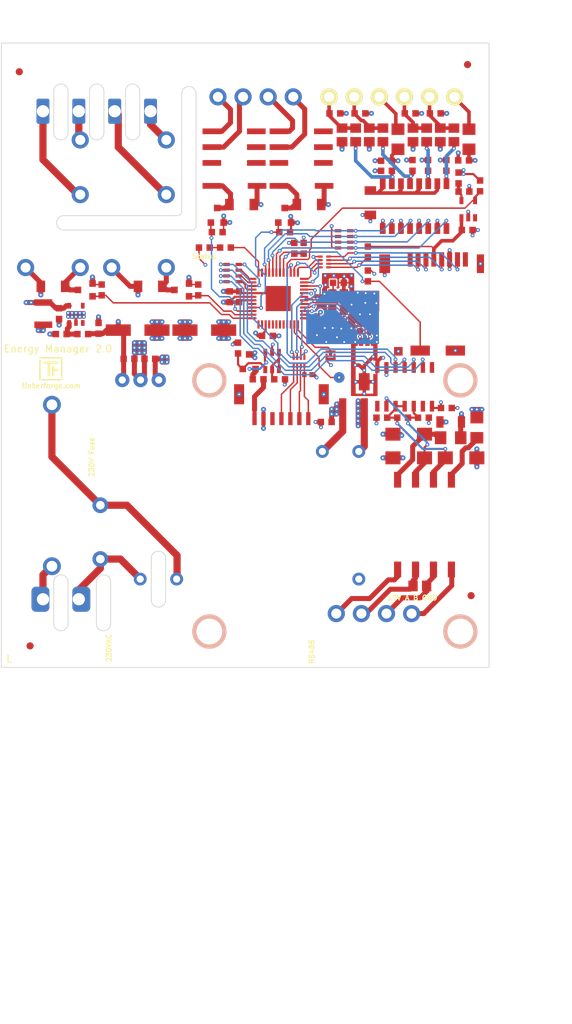
<source format=kicad_pcb>
(kicad_pcb (version 20240108) (generator "pcbnew") (generator_version "8.0")
  (title_block (title "Energy Manager Bricklet") (date "2024-06-17") (rev "2.0") (company "Tinkerforge GmbH") (comment 1 "Licensed under CERN OHL v.1.1") (comment 2 "Copyright (©) 2024, B.Nordmeyer <bastian@tinkerforge.com>"))
  (layers (0 "F.Cu" signal) (1 "In1.Cu" power "GND.Cu") (2 "In2.Cu" power "VCC.Cu") (31 "B.Cu" signal) (34 "B.Paste" user) (35 "F.Paste" user) (36 "B.SilkS" user "B.Silkscreen") (37 "F.SilkS" user "F.Silkscreen") (38 "B.Mask" user) (39 "F.Mask" user) (44 "Edge.Cuts" user))
  (net 0 "")
  (net 1 "Net-(RP101-P4)")
  (net 2 "GND")
  (net 3 "3V3")
  (net 4 "5V")
  (net 5 "VCC")
  (net 6 "Net-(U104-IN)")
  (net 7 "Net-(U110-IN)")
  (net 8 "L")
  (net 9 "Net-(L103-Pad2)")
  (net 10 "Net-(P110-P1)")
  (net 11 "Net-(J102-VDD)")
  (net 12 "N")
  (net 13 "Net-(U101B-P0.10_IO{slash}XTAL1)")
  (net 14 "S-CS")
  (net 15 "S-CLK")
  (net 16 "S-MOSI")
  (net 17 "S-MISO")
  (net 18 "Net-(U101B-P0.11_IO{slash}XTAL2)")
  (net 19 "Net-(D102-K)")
  (net 20 "Net-(D103-K)")
  (net 21 "Net-(D105-A)")
  (net 22 "Net-(D106-A)")
  (net 23 "Net-(D111-A)")
  (net 24 "Net-(P103-P1)")
  (net 25 "Net-(J102-DAT0)")
  (net 26 "Net-(J102-DAT3)")
  (net 27 "Net-(J102-CMD)")
  (net 29 "485-R")
  (net 30 "485-~{REB}")
  (net 31 "485-DE")
  (net 32 "485-D")
  (net 34 "Net-(J102-CLK)")
  (net 35 "Net-(P110-P2)")
  (net 36 "Net-(P110-P4)")
  (net 37 "Net-(P110-P3)")
  (net 38 "Net-(RP101-P3)")
  (net 39 "Net-(RP101-P1)")
  (net 40 "V12")
  (net 41 "Net-(RP101-P2)")
  (net 43 "BOOT")
  (net 44 "Net-(L103-Pad1)")
  (net 45 "Net-(Q105-PadG)")
  (net 46 "Net-(R140-Pad2)")
  (net 47 "Net-(U101B-P0.6_IO)")
  (net 48 "IN1")
  (net 49 "SD-EN")
  (net 52 "Net-(RP102-R1)")
  (net 53 "Net-(RP102-R3)")
  (net 54 "Net-(RP102-R2)")
  (net 55 "Net-(RP102-R4)")
  (net 57 "IN0")
  (net 58 "Net-(L104-Pad1)")
  (net 65 "SD-CDS")
  (net 66 "SD-MISO")
  (net 67 "SD-CLK")
  (net 68 "SD-MOSI")
  (net 69 "SD-CS")
  (net 70 "RTC-XTAL2")
  (net 71 "RTC-XTAL1")
  (net 81 "Net-(D101-A)")
  (net 82 "Net-(D108-A)")
  (net 83 "SG-OUT-1")
  (net 84 "SG-OUT-0")
  (net 87 "Net-(P104-P2)")
  (net 88 "Net-(P104-P1)")
  (net 89 "Net-(D109-A)")
  (net 90 "Net-(P104-P4)")
  (net 91 "Net-(P104-P3)")
  (net 92 "RELAY1")
  (net 93 "RELAY0")
  (net 94 "Net-(P102-P2)")
  (net 95 "Net-(P102-P3)")
  (net 96 "Net-(P102-P1)")
  (net 97 "Net-(P102-P4)")
  (net 98 "Net-(P105-P2)")
  (net 99 "Net-(P105-P3)")
  (net 100 "Net-(P105-P5)")
  (net 101 "Net-(P105-P6)")
  (net 102 "Net-(P105-P1)")
  (net 103 "Net-(P105-P4)")
  (net 104 "Net-(D104-A)")
  (net 107 "Net-(U101D-P2.9_AI)")
  (net 109 "Net-(C112-Pad1)")
  (net 110 "Net-(C114-Pad1)")
  (net 111 "Net-(C124-Pad1)")
  (net 112 "Net-(C134-Pad1)")
  (net 113 "IN2")
  (net 114 "IN3")
  (footprint "kicad-libraries:VAR_10mm" (layer "F.Cu") (at 106.15 119.7 -90)
    (property "Reference" "R128")
    (property "Value" "MOV-10D391KTR")
  )
  (footprint "kicad-libraries:OQ_2P_5mm_230V" (layer "F.Cu") (at 100.65036 129.05106)
    (property "Reference" "P103")
    (property "Value" "L+N")
  )
  (footprint "kicad-libraries:C0402F" (layer "F.Cu") (at 135.1 97.75)
    (property "Reference" "C101")
    (property "Value" "220pF")
  )
  (footprint "kicad-libraries:C0603F" (layer "F.Cu") (at 136.35 90.65 -90)
    (property "Reference" "C102")
    (property "Value" "100nF")
  )
  (footprint "kicad-libraries:C0603F" (layer "F.Cu") (at 105.9 91.30112 90)
    (property "Reference" "C103")
    (property "Value" "1uF")
  )
  (footprint "kicad-libraries:C0603F" (layer "F.Cu") (at 156.85 72.25)
    (property "Reference" "C105")
    (property "Value" "2.2uF")
  )
  (footprint "kicad-libraries:C0603F" (layer "F.Cu") (at 100.7 92.10112 180)
    (property "Reference" "C106")
    (property "Value" "1uF")
  )
  (footprint "kicad-libraries:C0603F" (layer "F.Cu") (at 100.4 89.25112 -90)
    (property "Reference" "C110")
    (property "Value" "2.2uF")
  )
  (footprint "kicad-libraries:C1210" (layer "F.Cu") (at 98.2 89.25112 -90)
    (property "Reference" "C111")
    (property "Value" "100uF")
  )
  (footprint "kicad-libraries:C0603F" (layer "F.Cu") (at 113.05 95.55 180)
    (property "Reference" "C125")
    (property "Value" "1uF")
  )
  (footprint "kicad-libraries:C0603F" (layer "F.Cu") (at 110.15 95.55)
    (property "Reference" "C126")
    (property "Value" "1uF")
  )
  (footprint "kicad-libraries:C0603F" (layer "F.Cu") (at 139.35 90.35 180)
    (property "Reference" "C128")
    (property "Value" "10pF")
  )
  (footprint "kicad-libraries:C0603F" (layer "F.Cu") (at 139.35 84.95)
    (property "Reference" "C129")
    (property "Value" "10pF")
  )
  (footprint "kicad-libraries:C0603F" (layer "F.Cu") (at 129.45 92.35)
    (property "Reference" "C130")
    (property "Value" "100nF")
  )
  (footprint "kicad-libraries:D0603F" (layer "F.Cu") (at 120.65 80.05)
    (property "Reference" "D103")
    (property "Value" "blue")
  )
  (footprint "kicad-libraries:SolderJumper" (layer "F.Cu") (at 138.25 95.075 90)
    (property "Reference" "J101")
    (property "Value" "Boot")
  )
  (footprint "kicad-libraries:R0603F" (layer "F.Cu") (at 103.7 92.10112)
    (property "Reference" "L101")
    (property "Value" "FB")
  )
  (footprint "kicad-libraries:CON-SENSOR2_180" (layer "F.Cu") (at 131.39892 99.08804 180)
    (property "Reference" "P101")
    (property "Value" "CON-SENSOR2")
  )
  (footprint "kicad-libraries:TSTP_STL" (layer "F.Cu") (at 139.45 98.15 90)
    (property "Reference" "P111")
    (property "Value" "Debug")
  )
  (footprint "kicad-libraries:R0603F" (layer "F.Cu") (at 134.5 80.15 90)
    (property "Reference" "R107")
    (property "Value" "300k")
  )
  (footprint "kicad-libraries:R0603F" (layer "F.Cu") (at 133.2 80.15 -90)
    (property "Reference" "R108")
    (property "Value" "100k")
  )
  (footprint "kicad-libraries:R0603F" (layer "F.Cu") (at 123.6 80.05 180)
    (property "Reference" "R124")
    (property "Value" "1k")
  )
  (footprint "kicad-libraries:R0603F" (layer "F.Cu") (at 131.15 98.4 180)
    (property "Reference" "R140")
    (property "Value" "10k")
  )
  (footprint "kicad-libraries:4X0402" (layer "F.Cu") (at 133.85 95.95)
    (property "Reference" "RP101")
    (property "Value" "82")
  )
  (footprint "kicad-libraries:QFN48-EP2" (layer "F.Cu") (at 130.95 87.15 180)
    (property "Reference" "U101")
    (property "Value" "XMC1404")
  )
  (footprint "kicad-libraries:SOT26" (layer "F.Cu") (at 130.1 95.85)
    (property "Reference" "U103")
    (property "Value" "DMMT5401")
  )
  (footprint "kicad-libraries:SOT23-5" (layer "F.Cu") (at 102.75 89.35112)
    (property "Reference" "U110")
    (property "Value" "TPS70933DBVR")
  )
  (footprint "kicad-libraries:WPMDL110" (layer "F.Cu") (at 111.75 98.5)
    (property "Reference" "U112")
    (property "Value" "WPMDL110")
  )
  (footprint "kicad-libraries:CRYSTAL_3225" (layer "F.Cu") (at 139.3 87.65 -90)
    (property "Reference" "X101")
    (property "Value" "16MHz")
  )
  (footprint "kicad-libraries:DRILL_NP_35" (layer "F.Cu") (at 121.35 133.55)
    (property "Reference" "A101" (hide yes))
    (property "Value" "DRILL" (hide yes))
  )
  (footprint "kicad-libraries:Fuse-Holder-5x20" (layer "F.Cu") (at 99.4 113.2 90)
    (property "Reference" "F101")
    (property "Value" "FUSE")
  )
  (footprint "kicad-libraries:R0603F" (layer "F.Cu") (at 159.1 71.45 90)
    (property "Reference" "R101")
    (property "Value" "10k")
  )
  (footprint "kicad-libraries:ELKO_63" (layer "F.Cu") (at 111.35 91.55 180)
    (property "Reference" "C108")
    (property "Value" "100uF")
  )
  (footprint "kicad-libraries:DRILL_NP_35" (layer "F.Cu") (at 156.35 133.55)
    (property "Reference" "A102" (hide yes))
    (property "Value" "DRILL" (hide yes))
  )
  (footprint "kicad-libraries:DRILL_NP_35" (layer "F.Cu") (at 156.35 98.55)
    (property "Reference" "A103" (hide yes))
    (property "Value" "DRILL" (hide yes))
  )
  (footprint "kicad-libraries:DRILL_NP_35" (layer "F.Cu") (at 121.35 98.55)
    (property "Reference" "A104" (hide yes))
    (property "Value" "DRILL" (hide yes))
  )
  (footprint "kicad-libraries:Fiducial_Mark" (layer "F.Cu") (at 94.85 55.55)
    (property "Reference" "Fiducial_Mark" (hide yes))
    (property "Value" "VAL**" (hide yes))
  )
  (footprint "kicad-libraries:Fiducial_Mark" (layer "F.Cu") (at 157.85 128.55)
    (property "Reference" "Fiducial_Mark" (hide yes))
    (property "Value" "VAL**" (hide yes))
  )
  (footprint "kicad-libraries:Fiducial_Mark" (layer "F.Cu") (at 96.35 135.55)
    (property "Reference" "Fiducial_Mark" (hide yes))
    (property "Value" "VAL**" (hide yes))
  )
  (footprint "kicad-libraries:Fiducial_Mark" (layer "F.Cu") (at 157.35 54.55 180)
    (property "Reference" "Fiducial_Mark" (hide yes))
    (property "Value" "VAL**" (hide yes))
  )
  (footprint "kicad-libraries:Logo_31x31" (layer "F.Cu") (at 99.25 96.95)
    (property "Reference" "G***" (hide yes))
    (property "Value" "LOGO" (hide yes))
  )
  (footprint "kicad-libraries:C0603F" (layer "F.Cu") (at 142.35 61.35)
    (property "Reference" "C116")
    (property "Value" "100nF")
  )
  (footprint "kicad-libraries:C0603F" (layer "F.Cu") (at 157.3 77.6)
    (property "Reference" "C117")
    (property "Value" "100nF")
  )
  (footprint "kicad-libraries:R0603F" (layer "F.Cu") (at 156.1 70.35 90)
    (property "Reference" "L102")
    (property "Value" "FB")
  )
  (footprint "kicad-libraries:R0603F" (layer "F.Cu") (at 143.45 84 90)
    (property "Reference" "R106")
    (property "Value" "10k")
  )
  (footprint "kicad-libraries:R0603F" (layer "F.Cu") (at 143.45 80.65 90)
    (property "Reference" "R109")
    (property "Value" "10k")
  )
  (footprint "kicad-libraries:4X0402" (layer "F.Cu") (at 137.4 82.05 90)
    (property "Reference" "RP103")
    (property "Value" "82")
  )
  (footprint "kicad-libraries:SD-Card-DM3CS" (layer "F.Cu") (at 152.35 88.05 180)
    (property "Reference" "J102")
    (property "Value" "DM3CS")
  )
  (footprint "kicad-libraries:SOT23GDS" (layer "F.Cu") (at 126.9 95.95 180)
    (property "Reference" "Q105")
    (property "Value" "SSM3J355R,LF")
  )
  (footprint "kicad-libraries:C0603F" (layer "F.Cu") (at 143.75 90.95 -90)
    (property "Reference" "C118")
    (property "Value" "15pF")
  )
  (footprint "kicad-libraries:C0603F" (layer "F.Cu") (at 142.35 90.95 -90)
    (property "Reference" "C119")
    (property "Value" "15pF")
  )
  (footprint "kicad-libraries:AB26TRQ" (layer "F.Cu") (at 142.95 98.75 180)
    (property "Reference" "X102")
    (property "Value" "32.768kHz")
  )
  (footprint "kicad-libraries:C1206" (layer "F.Cu") (at 141.45 101.85)
    (property "Reference" "C121")
    (property "Value" "4.7uF/50V")
  )
  (footprint "kicad-libraries:4X0603" (layer "F.Cu") (at 140.15 78.9 90)
    (property "Reference" "RP104")
    (property "Value" "10k")
  )
  (footprint "kicad-libraries:C0603F" (layer "F.Cu") (at 154.4 102.4 180)
    (property "Reference" "C132")
    (property "Value" "100nF")
  )
  (footprint "kicad-libraries:C0603F" (layer "F.Cu") (at 146.05 67.95)
    (property "Reference" "C133")
    (property "Value" "100nF")
  )
  (footprint "kicad-libraries:G5Q-1A" (layer "F.Cu") (at 107.73 82.83 -90)
    (property "Reference" "Q104")
    (property "Value" "G5Q-1A4 DC12")
  )
  (footprint "kicad-libraries:MiniMelf" (layer "F.Cu") (at 143.8 73.8 90)
    (property "Reference" "D105")
    (property "Value" "LL4148")
  )
  (footprint "kicad-libraries:R0805E" (layer "F.Cu") (at 155.45 64.35 -90)
    (property "Reference" "R112")
    (property "Value" "1k")
  )
  (footprint "kicad-libraries:C0603F" (layer "F.Cu") (at 124.2 86.9 90)
    (property "Reference" "C131")
    (property "Value" "220nF")
  )
  (footprint "kicad-libraries:R0805E" (layer "F.Cu") (at 150.7 127.2 180)
    (property "Reference" "R137")
    (property "Value" "120")
  )
  (footprint "kicad-libraries:OQ_4P_5mm_230V" (layer "F.Cu") (at 105.65 61.05 180)
    (property "Reference" "P104")
    (property "Value" "OUT")
  )
  (footprint "kicad-libraries:SOT23GDS" (layer "F.Cu") (at 104.05 85.95 -90)
    (property "Reference" "Q107")
    (property "Value" "2N7002P")
  )
  (footprint "kicad-libraries:RAC03E-K277" (layer "F.Cu") (at 126.95 117.35 -90)
    (property "Reference" "U102")
    (property "Value" "RAC03E-12SK/277")
  )
  (footprint "kicad-libraries:AGQ2X0" (layer "F.Cu") (at 124.8 67.65 90)
    (property "Reference" "REL101")
    (property "Value" "AGQ200S12Z")
  )
  (footprint "kicad-libraries:R0603F" (layer "F.Cu") (at 125.35 94.05 -90)
    (property "Reference" "R133")
    (property "Value" "47k")
  )
  (footprint "kicad-libraries:C0603F" (layer "F.Cu") (at 149.675 68.6 90)
    (property "Reference" "C134")
    (property "Value" "100nF")
  )
  (footprint "kicad-libraries:WE-SL" (layer "F.Cu") (at 151.35 118.64906 -90)
    (property "Reference" "L104")
    (property "Value" "WE-SL")
  )
  (footprint "kicad-libraries:C0603F" (layer "F.Cu") (at 146.05 69.35 180)
    (property "Reference" "C124")
    (property "Value" "100nF")
  )
  (footprint "kicad-libraries:R0805E" (layer "F.Cu") (at 141.75 64.35 -90)
    (property "Reference" "R121")
    (property "Value" "1k")
  )
  (footprint "kicad-libraries:OQ_6P" (layer "F.Cu") (at 146.7997 59.05 180)
    (property "Reference" "P105")
    (property "Value" "INPUT")
  )
  (footprint "kicad-libraries:C0603F" (layer "F.Cu") (at 137.65 104.35 180)
    (property "Reference" "C122")
    (property "Value" "100nF")
  )
  (footprint "kicad-libraries:DO-214AC" (layer "F.Cu") (at 156.45 109.35)
    (property "Reference" "D106")
    (property "Value" "SMAJ12CA")
  )
  (footprint "kicad-libraries:R0805E" (layer "F.Cu") (at 151.65 64.35 -90)
    (property "Reference" "R117")
    (property "Value" "1k")
  )
  (footprint "kicad-libraries:R1206E" (layer "F.Cu") (at 157.55 64.95 -90)
    (property "Reference" "R111")
    (property "Value" "1k")
  )
  (footprint "kicad-libraries:C0603F" (layer "F.Cu") (at 152.85 61.35)
    (property "Reference" "C104")
    (property "Value" "100nF")
  )
  (footprint "kicad-libraries:R1206E" (layer "F.Cu") (at 155 106.55 180)
    (property "Reference" "PTC102")
    (property "Value" "PTC 0.45A")
  )
  (footprint "kicad-libraries:OQ_4P" (layer "F.Cu") (at 144.30018 131.05)
    (property "Reference" "P110")
    (property "Value" "MODBUS")
  )
  (footprint "kicad-libraries:R0805E" (layer "F.Cu") (at 153.55 64.35 -90)
    (property "Reference" "R104")
    (property "Value" "1k")
  )
  (footprint "kicad-libraries:AGQ2X0" (layer "F.Cu") (at 134.15 67.65 90)
    (property "Reference" "REL102")
    (property "Value" "AGQ200S12Z")
  )
  (footprint "kicad-libraries:SOT23GDS" (layer "F.Cu") (at 131.85 75.55 180)
    (property "Reference" "Q101")
    (property "Value" "2N7002P")
  )
  (footprint "kicad-libraries:R0603F" (layer "F.Cu") (at 122.45 77.9 180)
    (property "Reference" "R118")
    (property "Value" "10k")
  )
  (footprint "kicad-libraries:R0603F" (layer "F.Cu") (at 131.85 77.9 180)
    (property "Reference" "R102")
    (property "Value" "10k")
  )
  (footprint "kicad-libraries:MiniMelf" (layer "F.Cu") (at 99.55 85.45)
    (property "Reference" "D109")
    (property "Value" "LL4148")
  )
  (footprint "kicad-libraries:R1206E" (layer "F.Cu") (at 147.65 64.95 -90)
    (property "Reference" "R119")
    (property "Value" "1k")
  )
  (footprint "kicad-libraries:R0805E" (layer "F.Cu") (at 139.85 64.35 -90)
    (property "Reference" "R116")
    (property "Value" "1k")
  )
  (footprint "kicad-libraries:MiniMelf" (layer "F.Cu") (at 113.1 85.45)
    (property "Reference" "D108")
    (property "Value" "LL4148")
  )
  (footprint "kicad-libraries:R1206E" (layer "F.Cu") (at 158.65 105.15 90)
    (property "Reference" "PTC101")
    (property "Value" "PTC 0.45A")
  )
  (footprint "kicad-libraries:0603X4" (layer "F.Cu") (at 124.5991 83.6 -90)
    (property "Reference" "RP102")
    (property "Value" "220")
  )
  (footprint "kicad-libraries:SOT25" (layer "F.Cu") (at 157.45 74.7)
    (property "Reference" "U104")
    (property "Value" "AP22811BW5")
  )
  (footprint "kicad-libraries:SOIC-14_3.9x8.7mm_Pitch1.27mm" (layer "F.Cu") (at 148.58 99.45 -90)
    (property "Reference" "U113")
    (property "Value" "ISL83070EIBZA")
  )
  (footprint "kicad-libraries:C1206" (layer "F.Cu") (at 155 104.35)
    (property "Reference" "C115")
    (property "Value" "4.7uF/50V")
  )
  (footprint "kicad-libraries:ELKO_63" (layer "F.Cu") (at 120.65 91.55)
    (property "Reference" "C109")
    (property "Value" "100uF")
  )
  (footprint "kicad-libraries:R0603F" (layer "F.Cu") (at 106.334 85.95 -90)
    (property "Reference" "R113")
    (property "Value" "10k")
  )
  (footprint "kicad-libraries:R0603F" (layer "F.Cu") (at 145.4 103.75 180)
    (property "Reference" "R136")
    (property "Value" "750")
  )
  (footprint "kicad-libraries:DO-214AC" (layer "F.Cu") (at 149.15 109.35 180)
    (property "Reference" "D111")
    (property "Value" "SMAJ12CA")
  )
  (footprint "kicad-libraries:R0805E" (layer "F.Cu") (at 149.75 64.35 -90)
    (property "Reference" "R105")
    (property "Value" "1k")
  )
  (footprint "kicad-libraries:R0603F" (layer "F.Cu") (at 128.15 98.4)
    (property "Reference" "L103")
    (property "Value" "FB")
  )
  (footprint "kicad-libraries:C0603F" (layer "F.Cu") (at 154.4 68.6 90)
    (property "Reference" "C114")
    (property "Value" "100nF")
  )
  (footprint "kicad-libraries:R0805E" (layer "F.Cu") (at 145.55 64.35 -90)
    (property "Reference" "R120")
    (property "Value" "1k")
  )
  (footprint "kicad-libraries:C1206" (layer "F.Cu") (at 141.45 104.05)
    (property "Reference" "C120")
    (property "Value" "4.7uF/50V")
  )
  (footprint "kicad-libraries:G5Q-1A" (layer "F.Cu") (at 95.73 82.83 -90)
    (property "Reference" "Q106")
    (property "Value" "G5Q-1A4 DC12")
  )
  (footprint "kicad-libraries:C0603F" (layer "F.Cu") (at 149.35 61.35)
    (property "Reference" "C107")
    (property "Value" "100nF")
  )
  (footprint "kicad-libraries:MiniMelf" (layer "F.Cu") (at 125.85 74.05 180)
    (property "Reference" "D104")
    (property "Value" "LL4148")
  )
  (footprint "kicad-libraries:C0603F" (layer "F.Cu") (at 156.8 67.9)
    (property "Reference" "C113")
    (property "Value" "100nF")
  )
  (footprint "kicad-libraries:SOT23GDS" (layer "F.Cu") (at 117.5 85.95 -90)
    (property "Reference" "Q102")
    (property "Value" "2N7002P")
  )
  (footprint "kicad-libraries:MiniMelf" (layer "F.Cu") (at 135.25 74.05 180)
    (property "Reference" "D101")
    (property "Value" "LL4148")
  )
  (footprint "kicad-libraries:DO-214AC" (layer "F.Cu") (at 149.15 106.05)
    (property "Reference" "D102")
    (property "Value" "SMAJ12CA")
  )
  (footprint "kicad-libraries:C0603F" (layer "F.Cu") (at 125.5 86.9 90)
    (property "Reference" "C127")
    (property "Value" "100nF")
  )
  (footprint "kicad-libraries:R0603F" (layer "F.Cu") (at 119.8 85.95 -90)
    (property "Reference" "R110")
    (property "Value" "10k")
  )
  (footprint "kicad-libraries:C0603F" (layer "F.Cu") (at 138.85 61.35)
    (property "Reference" "C123")
    (property "Value" "100nF")
  )
  (footprint "kicad-libraries:SOIC16_44" (layer "F.Cu") (at 149.96754 74.275 180)
    (property "Reference" "U106")
    (property "Value" "IS2805-4")
  )
  (footprint "kicad-libraries:R0603F" (layer "F.Cu") (at 151.2 103.75 180)
    (property "Reference" "R134")
    (property "Value" "750")
  )
  (footprint "kicad-libraries:R0805E" (layer "F.Cu") (at 143.65 64.35 -90)
    (property "Reference" "R115")
    (property "Value" "1k")
  )
  (footprint "kicad-libraries:R0603F" (layer "F.Cu") (at 148.3 103.75 180)
    (property "Reference" "R135")
    (property "Value" "DNP")
  )
  (footprint "kicad-libraries:OQ_4P" (layer "F.Cu") (at 127.80018 59.05 180)
    (property "Reference" "P102")
    (property "Value" "SG-Ready")
  )
  (footprint "kicad-libraries:C0603F" (layer "F.Cu") (at 151.85 68.6 90)
    (property "Reference" "C112")
    (property "Value" "100nF")
  )
  (footprint "kicad-libraries:SOT23GDS" (layer "F.Cu") (at 122.45 75.55 180)
    (property "Reference" "Q103")
    (property "Value" "2N7002P")
  )
  (gr_arc (start 99.65 126.65) (mid 100.65 125.65) (end 101.65 126.65) (stroke (width 0.1)) (layer "Edge.Cuts"))
  (gr_arc (start 101.65 132.45) (mid 100.65 133.45) (end 99.65 132.45) (stroke (width 0.1)) (layer "Edge.Cuts"))
  (gr_arc (start 107.6 132.45) (mid 106.6 133.45) (end 105.6 132.45) (stroke (width 0.1)) (layer "Edge.Cuts"))
  (gr_arc (start 105.6 126.65) (mid 106.6 125.65) (end 107.6 126.65) (stroke (width 0.1)) (layer "Edge.Cuts"))
  (gr_line (start 105.6 126.65) (end 105.6 132.45) (stroke (width 0.09906)) (layer "Edge.Cuts"))
  (gr_line (start 107.6 132.45) (end 107.6 126.65) (stroke (width 0.09906)) (layer "Edge.Cuts"))
  (gr_line (start 101.65 64.05) (end 101.65 58.25) (stroke (width 0.09906)) (layer "Edge.Cuts"))
  (gr_line (start 101.05 77.6) (end 118.9 77.6) (stroke (width 0.09906)) (layer "Edge.Cuts"))
  (gr_line (start 119.5 77) (end 119.5 58.6) (stroke (width 0.09906)) (layer "Edge.Cuts"))
  (gr_arc (start 101.05 77.6) (mid 100.05 76.6) (end 101.05 75.6) (stroke (width 0.1)) (layer "Edge.Cuts"))
  (gr_line (start 113.25 123.35) (end 113.25 129.15) (stroke (width 0.09906)) (layer "Edge.Cuts"))
  (gr_arc (start 101.65 64.05) (mid 100.65 65.05) (end 99.65 64.05) (stroke (width 0.1)) (layer "Edge.Cuts"))
  (gr_line (start 109.65 58.25) (end 109.65 64.05) (stroke (width 0.09906)) (layer "Edge.Cuts"))
  (gr_arc (start 111.65 64.05) (mid 110.65 65.05) (end 109.65 64.05) (stroke (width 0.1)) (layer "Edge.Cuts"))
  (gr_line (start 99.65 58.25) (end 99.65 64.05) (stroke (width 0.09906)) (layer "Edge.Cuts"))
  (gr_arc (start 106.65 64.05) (mid 105.65 65.05) (end 104.65 64.05) (stroke (width 0.1)) (layer "Edge.Cuts"))
  (gr_arc (start 117.5 58.6) (mid 118.5 57.6) (end 119.5 58.6) (stroke (width 0.1)) (layer "Edge.Cuts"))
  (gr_line (start 101.65 132.45) (end 101.65 126.65) (stroke (width 0.09906)) (layer "Edge.Cuts"))
  (gr_arc (start 104.65 58.25) (mid 105.65 57.25) (end 106.65 58.25) (stroke (width 0.1)) (layer "Edge.Cuts"))
  (gr_line (start 104.65 58.25) (end 104.65 64.05) (stroke (width 0.09906)) (layer "Edge.Cuts"))
  (gr_arc (start 113.25 123.35) (mid 114.25 122.35) (end 115.25 123.35) (stroke (width 0.1)) (layer "Edge.Cuts"))
  (gr_arc (start 115.25 129.15) (mid 114.25 130.15) (end 113.25 129.15) (stroke (width 0.1)) (layer "Edge.Cuts"))
  (gr_line (start 160.35 138.55) (end 92.35 138.55) (stroke (width 0.09906)) (layer "Edge.Cuts"))
  (gr_line (start 106.65 64.05) (end 106.65 58.25) (stroke (width 0.09906)) (layer "Edge.Cuts"))
  (gr_line (start 111.65 64.05) (end 111.65 58.25) (stroke (width 0.09906)) (layer "Edge.Cuts"))
  (gr_line (start 116.9 75.6) (end 101.05 75.6) (stroke (width 0.09906)) (layer "Edge.Cuts"))
  (gr_line (start 160.35 51.55) (end 160.35 138.55) (stroke (width 0.09906)) (layer "Edge.Cuts"))
  (gr_arc (start 109.65 58.25) (mid 110.65 57.25) (end 111.65 58.25) (stroke (width 0.1)) (layer "Edge.Cuts"))
  (gr_arc (start 117.5 75) (mid 117.324264 75.424264) (end 116.9 75.6) (stroke (width 0.09906)) (layer "Edge.Cuts"))
  (gr_line (start 117.5 58.6) (end 117.5 75) (stroke (width 0.09906)) (layer "Edge.Cuts"))
  (gr_line (start 115.25 129.15) (end 115.25 123.35) (stroke (width 0.09906)) (layer "Edge.Cuts"))
  (gr_arc (start 99.65 58.25) (mid 100.65 57.25) (end 101.65 58.25) (stroke (width 0.1)) (layer "Edge.Cuts"))
  (gr_line (start 92.35 138.55) (end 92.35 51.55) (stroke (width 0.09906)) (layer "Edge.Cuts"))
  (gr_line (start 92.35 51.55) (end 160.35 51.55) (stroke (width 0.09906)) (layer "Edge.Cuts"))
  (gr_line (start 99.65 126.65) (end 99.65 132.45) (stroke (width 0.09906)) (layer "Edge.Cuts"))
  (gr_arc (start 119.5 77) (mid 119.324264 77.424264) (end 118.9 77.6) (stroke (width 0.09906)) (layer "Edge.Cuts"))
  (gr_text "L" (at 93.45 137.35 0) (layer "F.SilkS") (effects (font (size 1 1))))
  (gr_text "12V A B GND" (at 149.65 128.85 0) (layer "F.SilkS") (effects (font (size 0.7 0.7))))
  (gr_text "Energy Manager 2.0" (at 100.25 94.15 0) (layer "F.SilkS") (effects (font (size 1 1))))
  (gr_text "230V Fuse" (at 104.95 109.25 90) (layer "F.SilkS") (effects (font (size 0.7 0.7))))
  (gr_text "tinkerforge.com" (at 99.3 99.3 0) (layer "F.SilkS") (effects (font (size 0.7 0.7))))
  (gr_text "230VAC" (at 107.35 135.85 90) (layer "F.SilkS") (effects (font (size 0.7 0.7))))
  (gr_text "Status" (at 120.65 81.3 0) (layer "F.SilkS") (effects (font (size 0.7 0.7))))
  (gr_text "RS485" (at 135.65 136.35 90) (layer "F.SilkS") (effects (font (size 0.7 0.7))))
  (segment (start 134.5993 96.525) (end 134.5993 97.7493) (width 0.2) (layer "F.Cu") (net 1))
  (segment (start 134.6 97.75) (end 134.6 100.8) (width 0.2) (layer "F.Cu") (net 1))
  (segment (start 134.5993 97.7493) (end 134.6 97.75) (width 0.2) (layer "F.Cu") (net 1))
  (segment (start 134.6 100.8) (end 135.14892 101.34892) (width 0.2) (layer "F.Cu") (net 1))
  (segment (start 135.14892 101.34892) (end 135.14892 103.88804) (width 0.2) (layer "F.Cu") (net 1))
  (segment (start 101.85 89.45112) (end 103.5 89.45112) (width 0.5) (layer "F.Cu") (net 2))
  (segment (start 142.95 98.75) (end 142.95 100.4) (width 0.5) (layer "F.Cu") (net 2))
  (segment (start 141.15 83.97599) (end 141.17599 83.95) (width 0.3) (layer "F.Cu") (net 2))
  (segment (start 146.04 96.75) (end 146.04 97.79) (width 0.5) (layer "F.Cu") (net 2))
  (segment (start 123.339 76.566) (end 124.184 76.566) (width 0.5) (layer "F.Cu") (net 2))
  (segment (start 142.05 86.35) (end 143.1 86.35) (width 0.5) (layer "F.Cu") (net 2))
  (segment (start 134.55934 89.89828) (end 135.19828 89.89828) (width 0.3) (layer "F.Cu") (net 2))
  (segment (start 142.1 103.5) (end 142.1 104.2) (width 0.7) (layer "F.Cu") (net 2))
  (segment (start 142.95 96.5) (end 144.2 95.25) (width 0.5) (layer "F.Cu") (net 2))
  (segment (start 125.49892 100.49892) (end 125.5 100.5) (width 0.7) (layer "F.Cu") (net 2))
  (segment (start 138.8 95.375) (end 138.6 95.575) (width 0.2) (layer "F.Cu") (net 2))
  (segment (start 145.52508 77.4) (end 145.52508 76.32492) (width 0.5) (layer "F.Cu") (net 2))
  (segment (start 141.15 85.45) (end 141.15 87.97401) (width 0.3) (layer "F.Cu") (net 2))
  (segment (start 100.4 90.00112) (end 100.4 90.85112) (width 0.7) (layer "F.Cu") (net 2))
  (segment (start 135.8 91.45) (end 136.35 91.45) (width 0.3) (layer "F.Cu") (net 2))
  (segment (start 123.339 76.566) (end 123.339 75.661) (width 0.5) (layer "F.Cu") (net 2))
  (segment (start 140.1 84.95) (end 140.1 84.1) (width 0.5) (layer "F.Cu") (net 2))
  (segment (start 103.85 89.70112) (end 103.85 89.15112) (width 0.5) (layer "F.Cu") (net 2))
  (segment (start 158.64964 109.35) (end 158.64964 108.10036) (width 0.7) (layer "F.Cu") (net 2))
  (segment (start 127.33812 86.4007) (end 125.8507 86.4007) (width 0.3) (layer "F.Cu") (net 2))
  (segment (start 132.739 75.739) (end 132.7 75.7) (width 0.5) (layer "F.Cu") (net 2))
  (segment (start 118.516 84.216) (end 118.5 84.2) (width 0.7) (layer "F.Cu") (net 2))
  (segment (start 110.9 94) (end 110.9 93.3) (width 0.7) (layer "F.Cu") (net 2))
  (segment (start 137.4 86.5) (end 137.4 84.05) (width 0.3) (layer "F.Cu") (net 2))
  (segment (start 105.066 85.061) (end 105.066 84.166) (width 0.7) (layer "F.Cu") (net 2))
  (segment (start 153.14 76.31) (end 153.15 76.3) (width 0.5) (layer "F.Cu") (net 2))
  (segment (start 139.6 61.35) (end 140.45 61.35) (width 0.5) (layer "F.Cu") (net 2))
  (segment (start 131.9 98.4) (end 131.9 99.1) (width 0.5) (layer "F.Cu") (net 2))
  (segment (start 105.9 90.55112) (end 105.9 89.701126) (width 0.7) (layer "F.Cu") (net 2))
  (segment (start 154.4 67.85) (end 153.55 67.85) (width 0.5) (layer "F.Cu") (net 2))
  (segment (start 137.5 85.2) (end 137.55 85.25) (width 0.5) (layer "F.Cu") (net 2))
  (segment (start 125.5 86.15) (end 124.2 86.15) (width 0.5) (layer "F.Cu") (net 2))
  (segment (start 156.05 67.9) (end 156.05 66.85) (width 0.5) (layer "F.Cu") (net 2))
  (segment (start 114.05 92.7) (end 113.35 92.7) (width 0.7) (layer "F.Cu") (net 2))
  (segment (start 143.75 90.2) (end 143.75 89.35) (width 0.5) (layer "F.Cu") (net 2))
  (segment (start 142.55 101.85) (end 142.1 101.4) (width 0.7) (layer "F.Cu") (net 2))
  (segment (start 101.65 89.70112) (end 101.65 89.15112) (width 0.5) (layer "F.Cu") (net 2))
  (segment (start 144.35 87.5) (end 144.65 87.8) (width 0.5) (layer "F.Cu") (net 2))
  (segment (start 142.1 104.2) (end 142.1 104.9) (width 0.7) (layer "F.Cu") (net 2))
  (segment (start 158.65 102.6) (end 159.35 102.6) (width 0.7) (layer "F.Cu") (net 2))
  (segment (start 135.6 97.75) (end 135.9 97.75) (width 0.5) (layer "F.Cu") (net 2))
  (segment (start 141.17599 88) (end 141.17599 87.22401) (width 0.5) (layer "F.Cu") (net 2))
  (segment (start 145.3 95.4) (end 145.6 95.4) (width 0.5) (layer "F.Cu") (net 2))
  (segment (start 138.6 88.9) (end 138.55 88.85) (width 0.5) (layer "F.Cu") (net 2))
  (segment (start 102.2 89.15112) (end 101.65 89.15112) (width 0.5) (layer "F.Cu") (net 2))
  (segment (start 157.45 75.9) (end 157.45 75.05) (width 0.5) (layer "F.Cu") (net 2))
  (segment (start 142.1 102.1) (end 142.1 102.8) (width 0.7) (layer "F.Cu") (net 2))
  (segment (start 132.739 76.566) (end 133.616 76.566) (width 0.5) (layer "F.Cu") (net 2))
  (segment (start 142.35 89.35) (end 142.35 88.5) (width 0.5) (layer "F.Cu") (net 2))
  (segment (start 158.64964 109.35) (end 158.64964 110.59964) (width 0.7) (layer "F.Cu") (net 2))
  (segment (start 153.14 77.4) (end 153.14 76.31) (width 0.5) (layer "F.Cu") (net 2))
  (segment (start 146.95036 109.35) (end 148.35 109.35) (width 0.7) (layer "F.Cu") (net 2))
  (segment (start 128.89892 103.88804) (end 128.89892 105.239038) (width 0.5) (layer "F.Cu") (net 2))
  (segment (start 142.95114 101.85) (end 142.55 101.85) (width 0.7) (layer "F.Cu") (net 2))
  (segment (start 142.95 98.75) (end 144.15 98.75) (width 0.5) (layer "F.Cu") (net 2))
  (segment (start 132.739 76.566) (end 132.739 75.739) (width 0.5) (layer "F.Cu") (net 2))
  (segment (start 153.55 65.3) (end 153.55 66.35) (width 0.7) (layer "F.Cu") (net 2))
  (segment (start 141.17599 91.274012) (end 141.15 91.300002) (width 0.3) (layer "F.Cu") (net 2))
  (segment (start 141.15 85.45) (end 141.15 83.97599) (width 0.3) (layer "F.Cu") (net 2))
  (segment (start 135.45 90.15) (end 135.45 91.1) (width 0.3) (layer "F.Cu") (net 2))
  (segment (start 125.49892 100.48804) (end 125.49892 100.49892) (width 0.7) (layer "F.Cu") (net 2))
  (segment (start 155.15 102.4) (end 155.95 102.4) (width 0.3) (layer "F.Cu") (net 2))
  (segment (start 141.15 91.300002) (end 139.799998 91.300002) (width 0.5) (layer "F.Cu") (net 2))
  (segment (start 103.85 89.15112) (end 103.3 89.15112) (width 0.5) (layer "F.Cu") (net 2))
  (segment (start 117.95 91.55) (end 117.95 92.7) (width 0.7) (layer "F.Cu") (net 2))
  (segment (start 114.05 91.55) (end 114.05 90.4) (width 0.7) (layer "F.Cu") (net 2))
  (segment (start 153.6 61.35) (end 154.45 61.35) (width 0.5) (layer "F.Cu") (net 2))
  (segment (start 143.8 75.49926) (end 142.70074 75.49926) (width 0.5) (layer "F.Cu") (net 2))
  (segment (start 131.05 92.35) (end 130.25 92.35) (width 0.5) (layer "F.Cu") (net 2))
  (segment (start 98.2 90.80052) (end 98.2 91.60112) (width 0.7) (layer "F.Cu") (net 2))
  (segment (start 136.9 104.35) (end 136.9 105.1) (width 0.5) (layer "F.Cu") (net 2))
  (segment (start 133.2 79.4) (end 132.45 79.4) (width 0.5) (layer "F.Cu") (net 2))
  (segment (start 112.3 94.7) (end 111.6 94.7) (width 0.5) (layer "F.Cu") (net 2))
  (segment (start 145.3 67.95) (end 144.45 67.95) (width 0.5) (layer "F.Cu") (net 2))
  (segment (start 142.1 102.8) (end 142.1 103.5) (width 0.7) (layer "F.Cu") (net 2))
  (segment (start 123.339 77.761) (end 123.15 77.95) (width 0.2) (layer "F.Cu") (net 2))
  (segment (start 138.6 95.575) (end 138.25 95.575) (width 0.2) (layer "F.Cu") (net 2))
  (segment (start 139.799998 91.300002) (end 139.75 91.35) (width 0.5) (layer "F.Cu") (net 2))
  (segment (start 141.099998 91.25) (end 141.15 91.300002) (width 0.3) (layer "F.Cu") (net 2))
  (segment (start 102.75 90.55) (end 102.75 89.70112) (width 0.4) (layer "F.Cu") (net 2))
  (segment (start 137.4 84.05) (end 137.5 83.95) (width 0.3) (layer "F.Cu") (net 2))
  (segment (start 149.675 67.85) (end 148.85 67.85) (width 0.5) (layer "F.Cu") (net 2))
  (segment (start 138.6 90.35) (end 138.6 88.9) (width 0.5) (layer "F.Cu") (net 2))
  (segment (start 128.89892 103.88804) (end 128.89892 102.58804) (width 0.5) (layer "F.Cu") (net 2))
  (segment (start 106.334 85.2) (end 105.35 85.2) (width 0.2) (layer "F.Cu") (net 2))
  (segment (start 125.35 93.3) (end 124.849996 93.3) (width 0.5) (layer "F.Cu") (net 2))
  (segment (start 114.05 92.7) (end 114.75 92.7) (width 0.7) (layer "F.Cu") (net 2))
  (segment (start 131.9 99.1) (end 131.85 99.15) (width 0.5) (layer "F.Cu") (net 2))
  (segment (start 117.95 90.4) (end 117.25 90.4) (width 0.7) (layer "F.Cu") (net 2))
  (segment (start 150.1 61.35) (end 150.95 61.35) (width 0.5) (layer "F.Cu") (net 2))
  (segment (start 114.05 90.4) (end 114.75 90.4) (width 0.7) (layer "F.Cu") (net 2))
  (segment (start 145.52508 76.32492) (end 145.55 76.3) (width 0.5) (layer "F.Cu") (net 2))
  (segment (start 140.1001 84.9999) (end 140.15 84.95) (width 0.5) (layer "F.Cu") (net 2))
  (segment (start 142.35 90.2) (end 142.35 89.35) (width 0.5) (layer "F.Cu") (net 2))
  (segment (start 111.75 98.5) (end 110.9 97.65) (width 0.7) (layer "F.Cu") (net 2))
  (segment (start 141.17599 88) (end 141.17599 91.274012) (width 0.3) (layer "F.Cu") (net 2))
  (segment (start 101.65 89.15112) (end 101.65 89.25112) (width 0.5) (layer "F.Cu") (net 2))
  (segment (start 130.2 92.35) (end 131.05 92.35) (width 0.3) (layer "F.Cu") (net 2))
  (segment (start 142.95114 101.85) (end 142.95114 104.04886) (width 1) (layer "F.Cu") (net 2))
  (segment (start 147.989338 106.05) (end 148.169669 106.230331) (width 0.7) (layer "F.Cu") (net 2))
  (segment (start 138.25 95.575) (end 137.75 95.575) (width 0.2) (layer "F.Cu") (net 2))
  (segment (start 102.75 89.70112) (end 102.2 89.70112) (width 0.5) (layer "F.Cu") (net 2))
  (segment (start 140.1 84.1) (end 140.15 84.05) (width 0.5) (layer "F.Cu") (net 2))
  (segment (start 112.3 93.3) (end 112.3 94) (width 0.7) (layer "F.Cu") (net 2))
  (segment (start 158.05 77.6) (end 158.05 78.35) (width 0.5) (layer "F.Cu") (net 2))
  (segment (start 144.7 89.3) (end 144.7 92.3) (width 0.5) (layer "F.Cu") (net 2))
  (segment (start 103.3 89.70112) (end 103.85 89.70112) (width 0.5) (layer "F.Cu") (net 2))
  (segment (start 138.55 91.25) (end 137.45 91.25) (width 0.2) (layer "F.Cu") (net 2))
  (segment (start 137.75 95.875) (end 138.3 96.425) (width 0.2) (layer "F.Cu") (net 2))
  (segment (start 110.9 94.7) (end 110.9 94) (width 0.7) (layer "F.Cu") (net 2))
  (segment (start 143.8 75.49926) (end 143.8 76.4) (width 0.5) (layer "F.Cu") (net 2))
  (segment (start 105.9 89.701126) (end 105.900006 89.70112) (width 0.7) (layer "F.Cu") (net 2))
  (segment (start 117.95 92.7) (end 117.25 92.7) (width 0.7) (layer "F.Cu") (net 2))
  (segment (start 158.65 102.6) (end 157.95 102.6) (width 0.7) (layer "F.Cu") (net 2))
  (segment (start 112.3 95.55) (end 112.3 94.7) (width 0.5) (layer "F.Cu") (net 2))
  (segment (start 144.77 95.93) (end 145.3 95.4) (width 0.5) (layer "F.Cu") (net 2))
  (segment (start 110.9 94.7) (end 112.3 94.7) (width 0.7) (layer "F.Cu") (net 2))
  (segment (start 137.29892 100.48804) (end 137.29892 100.49892) (width 0.7) (layer "F.Cu") (net 2))
  (segment (start 110.9 93.3) (end 111.6 93.3) (width 0.7) (layer "F.Cu") (net 2))
  (segment (start 124.849996 93.3) (end 124.599996 93.55) (width 0.5) (layer "F.Cu") (net 2))
  (segment (start 142.95114 107.74886) (end 142.2 108.5) (width 1) (layer "F.Cu") (net 2))
  (segment (start 141.17599 87.22401) (end 142.05 86.35) (width 0.5) (layer "F.Cu") (net 2))
  (segment (start 154.85 81.7) (end 154.85 80.4) (width 0.5) (layer "F.Cu") (net 2))
  (segment (start 157.6 72.25) (end 157.6 71.45) (width 0.5) (layer "F.Cu") (net 2))
  (segment (start 111.6 94) (end 112.3 94) (width 0.7) (layer "F.Cu") (net 2))
  (segment (start 158.64964 110.59964) (end 158.65 110.6) (width 0.7) (layer "F.Cu") (net 2))
  (segment (start 142.95114 104.05) (end 142.95114 107.74886) (width 1) (layer "F.Cu") (net 2))
  (segment (start 144.35 86.45) (end 144.35 87.5) (width 0.5) (layer "F.Cu") (net 2))
  (segment (start 103.3 89.15112) (end 102.75 89.15112) (width 0.5) (layer "F.Cu") (net 2))
  (segment (start 124.184 76.566) (end 124.2 76.55) (width 0.5) (layer "F.Cu") (net 2))
  (segment (start 143.65 65.3) (end 143.65 66.35) (width 0.7) (layer "F.Cu") (net 2))
  (segment (start 148.06508 77.4) (end 148.06508 76.31508) (width 0.5) (layer "F.Cu") (net 2))
  (segment (start 148.06508 76.31508) (end 148.05 76.3) (width 0.5) (layer "F.Cu") (net 2))
  (segment (start 138.8 95.3) (end 138.8 95.375) (width 0.2) (layer "F.Cu") (net 2))
  (segment (start 102.75 89.15112) (end 102.2 89.15112) (width 0.5) (layer "F.Cu") (net 2))
  (segment (start 98.2 90.80052) (end 98.2 91.60111) (width 0.7) (layer "F.Cu") (net 2))
  (segment (start 112.3 94.7) (end 112.3 94) (width 0.7) (layer "F.Cu") (net 2))
  (segment (start 117.95 92.7) (end 118.65 92.7) (width 0.7) (layer "F.Cu") (net 2))
  (segment (start 142.95 97.15) (end 142.95 96.5) (width 0.5) (layer "F.Cu") (net 2))
  (segment (start 114.05 91.55) (end 114.05 92.7) (width 0.7) (layer "F.Cu") (net 2))
  (segment (start 117.95 91.55) (end 117.95 90.4) (width 0.7) (layer "F.Cu") (net 2))
  (segment (start 117.95 90.4) (end 118.65 90.4) (width 0.7) (layer "F.Cu") (net 2))
  (segment (start 124.2 86.15) (end 123.3 86.15) (width 0.7) (layer "F.Cu") (net 2))
  (segment (start 110.9 94) (end 111.6 94) (width 0.7) (layer "F.Cu") (net 2))
  (segment (start 101.65 89.25112) (end 101.85 89.45112) (width 0.5) (layer "F.Cu") (net 2))
  (segment (start 119.8 85.2) (end 118.75 85.2) (width 0.2) (layer "F.Cu") (net 2))
  (segment (start 136.9 104.35) (end 136.15 104.35) (width 0.5) (layer "F.Cu") (net 2))
  (segment (start 110.9 97.65) (end 110.9 95.55) (width 0.7) (layer "F.Cu") (net 2))
  (segment (start 137.75 95.575) (end 137.75 95.875) (width 0.2) (layer "F.Cu") (net 2))
  (segment (start 139.85 65.3) (end 139.85 66.35) (width 0.7) (layer "F.Cu") (net 2))
  (segment (start 142.95 98.75) (end 141.75 98.75) (width 0.5) (layer "F.Cu") (net 2))
  (segment (start 135.19828 89.89828) (end 135.45 90.15) (width 0.3) (layer "F.Cu") (net 2))
  (segment (start 118.75 85.2) (end 118.6 85.05) (width 0.2) (layer "F.Cu") (net 2))
  (segment (start 99.95 92.10112) (end 99.1 92.10112) (width 0.7) (layer "F.Cu") (net 2))
  (segment (start 141.15 87.97401) (end 141.17599 88) (width 0.3) (layer "F.Cu") (net 2))
  (segment (start 105.066 84.166) (end 105.05 84.15) (width 0.7) (layer "F.Cu") (net 2))
  (segment (start 137.29892 100.49892) (end 137.3 100.5) (width 0.7) (layer "F.Cu") (net 2))
  (segment (start 138.699994 83.95) (end 138.7 83.950006) (width 0.3) (layer "F.Cu") (net 2))
  (segment (start 142.95 98.75) (end 142.95 97.15) (width 0.5) (layer "F.Cu") (net 2))
  (segment (start 137.75 95.475) (end 137.7 95.425) (width 0.2) (layer "F.Cu") (net 2))
  (segment (start 143.1 86.35) (end 143.15 86.4) (width 0.5) (layer "F.Cu") (net 2))
  (segment (start 154.85 81.7) (end 154.85 83.05) (width 0.5) (layer "F.Cu") (net 2))
  (segment (start 158.64964 108.10036) (end 158.65 108.1) (width 0.7) (layer "F.Cu") (net 2))
  (segment (start 130.3007 86.4007) (end 130.95 87.05) (width 0.3) (layer "F.Cu") (net 2))
  (segment (start 97.5 91.60112) (end 97.5 90.90112) (width 0.7) (layer "F.Cu") (net 2))
  (segment (start 153.49886 104.35) (end 154.35 104.35) (width 0.7) (layer "F.Cu") (net 2))
  (segment (start 146.95036 106.05) (end 147.989338 106.05) (width 0.7) (layer "F.Cu") (net 2))
  (segment (start 105.35 85.2) (end 105.15 85) (width 0.2) (layer "F.Cu") (net 2))
  (segment (start 142.95 97.15) (end 142.225 96.425) (width 0.5) (layer "F.Cu") (net 2))
  (segment (start 141.15 91.300002) (end 141.15 92.65) (width 0.5) (layer "F.Cu") (net 2))
  (segment (start 138.55 91.25) (end 141.099998 91.25) (width 0.3) (layer "F.Cu") (net 2))
  (segment (start 151.85 67.85) (end 151 67.85) (width 0.5) (layer "F.Cu") (net 2))
  (segment (start 144.65 103.75) (end 144.65 104.55) (width 0.3) (layer "F.Cu") (net 2))
  (segment (start 138.6 91.2) (end 138.55 91.25) (width 0.5) (layer "F.Cu") (net 2))
  (segment (start 112.3 97.95) (end 111.75 98.5) (width 0.7) (layer "F.Cu") (net 2))
  (segment (start 123.339 76.566) (end 123.339 77.761) (width 0.2) (layer "F.Cu") (net 2))
  (segment (start 112.3 95.55) (end 112.3 97.95) (width 0.7) (layer "F.Cu") (net 2))
  (segment (start 132.739 77.711) (end 132.55 77.9) (width 0.3) (layer "F.Cu") (net 2))
  (segment (start 142.35 88.5) (end 143.1 87.75) (width 0.5) (layer "F.Cu") (net 2))
  (segment (start 143.1 61.35) (end 143.95 61.35) (width 0.5) (layer "F.Cu") (net 2))
  (segment (start 142.70074 75.49926) (end 142.7 75.5) (width 0.5) (layer "F.Cu") (net 2))
  (segment (start 114.05 90.4) (end 113.35 90.4) (width 0.7) (layer "F.Cu") (net 2))
  (segment (start 102.2 89.70112) (end 101.65 89.70112) (width 0.5) (layer "F.Cu") (net 2))
  (segment (start 145.3 69.35) (end 144.45 69.35) (width 0.5) (layer "F.Cu") (net 2))
  (segment (start 137.5 83.95) (end 138.699994 83.95) (width 0.3) (layer "F.Cu") (net 2))
  (segment (start 149.75 65.3) (end 149.75 66.35) (width 0.7) (layer "F.Cu") (net 2))
  (segment (start 142.95114 104.04886) (end 142.95 104.05) (width 1) (layer "F.Cu") (net 2))
  (segment (start 137.7 95.425) (end 137.7 95.275) (width 0.2) (layer "F.Cu") (net 2))
  (segment (start 132.739 76.566) (end 132.739 77.711) (width 0.3) (layer "F.Cu") (net 2))
  (segment (start 142.225 96.425) (end 141.675464 96.425) (width 0.5) (layer "F.Cu") (net 2))
  (segment (start 141.15 92.65) (end 141.7 93.2) (width 0.5) (layer "F.Cu") (net 2))
  (segment (start 98.2 91.60112) (end 97.5 91.60112) (width 0.7) (layer "F.Cu") (net 2))
  (segment (start 123.339 75.661) (end 123.35 75.65) (width 0.5) (layer "F.Cu") (net 2))
  (segment (start 158.65 103.75) (end 158.65 102.6) (width 0.7) (layer "F.Cu") (net 2))
  (segment (start 102.75 89.70112) (end 103.3 89.70112) (width 0.5) (layer "F.Cu") (net 2))
  (segment (start 136.35 91.45) (end 136.35 92.25) (width 0.3) (layer "F.Cu") (net 2))
  (segment (start 142.1 101.4) (end 142.1 102.1) (width 0.7) (layer "F.Cu") (net 2))
  (segment (start 125.8507 86.4007) (end 125.55 86.1) (width 0.3) (layer "F.Cu") (net 2))
  (segment (start 137.75 95.575) (end 137.75 95.475) (width 0.2) (layer "F.Cu") (net 2))
  (segment (start 140.1001 86.55018) (end 140.1001 84.9999) (width 0.5) (layer "F.Cu") (net 2))
  (segment (start 110.9 95.55) (end 110.9 94.7) (width 0.5) (layer "F.Cu") (net 2))
  (segment (start 146.95036 106.05) (end 145.55 106.05) (width 0.7) (layer "F.Cu") (net 2))
  (segment (start 145.8 82.3) (end 145.8 83.9) (width 0.5) (layer "F.Cu") (net 2))
  (segment (start 158.05 77.6) (end 158.8 77.6) (width 0.5) (layer "F.Cu") (net 2))
  (segment (start 144.77 96.75) (end 144.77 95.93) (width 0.5) (layer "F.Cu") (net 2))
  (segment (start 150.6 77.4) (end 150.6 76.3) (width 0.5) (layer "F.Cu") (net 2))
  (segment (start 146.95036 109.35) (end 145.55 109.35) (width 0.7) (layer "F.Cu") (net 2))
  (segment (start 146.04 97.79) (end 146.05 97.8) (width 0.5) (layer "F.Cu") (net 2))
  (segment (start 137.5 83.95) (end 137.5 85.2) (width 0.5) (layer "F.Cu") (net 2))
  (segment (start 138.6 90.35) (end 138.6 91.2) (width 0.5) (layer "F.Cu") (net 2))
  (segment (start 111.6 93.3) (end 112.3 93.3) (width 0.7) (layer "F.Cu") (net 2))
  (segment (start 135.9 97.75) (end 136.3 98.15) (width 0.5) (layer "F.Cu") (net 2))
  (segment (start 135.45 91.1) (end 135.8 91.45) (width 0.3) (layer "F.Cu") (net 2))
  (segment (start 133.616 76.566) (end 133.65 76.6) (width 0.5) (layer "F.Cu") (net 2))
  (segment (start 137.5 83.95) (end 141.17599 83.95) (width 0.3) (layer "F.Cu") (net 2))
  (segment (start 118.516 85.061) (end 118.516 84.216) (width 0.7) (layer "F.Cu") (net 2))
  (segment (start 127.33812 86.4007) (end 130.3007 86.4007) (width 0.3) (layer "F.Cu") (net 2))
  (via (at 100.4 90.85112) (size 0.7) (drill 0.25) (layers "F.Cu" "B.Cu") (net 2))
  (via (at 136.9 105.1) (size 0.55) (drill 0.25) (layers "F.Cu" "B.Cu") (net 2))
  (via (at 158.8 77.6) (size 0.55) (drill 0.25) (layers "F.Cu" "B.Cu") (net 2))
  (via (at 136.15 104.35) (size 0.55) (drill 0.25) (layers "F.Cu" "B.Cu") (net 2))
  (via (at 139.15 92.55) (size 0.55) (drill 0.25) (layers "F.Cu" "B.Cu") (net 2))
  (via (at 157.45 75.05) (size 0.55) (drill 0.25) (layers "F.Cu" "B.Cu") (net 2))
  (via (at 148.35 109.35) (size 0.7) (drill 0.25) (layers "F.Cu" "B.Cu") (net 2))
  (via (at 105.05 84.15) (size 0.7) (drill 0.25) (layers "F.Cu" "B.Cu") (net 2))
  (via (at 118.5 84.2) (size 0.7) (drill 0.25) (layers "F.Cu" "B.Cu") (net 2))
  (via (at 150.95 61.35) (size 0.7) (drill 0.25) (layers "F.Cu" "B.Cu") (net 2))
  (via (at 141.7 93.2) (size 0.55) (drill 0.25) (layers "F.Cu" "B.Cu") (net 2))
  (via (at 142.7 75.5) (size 0.55) (drill 0.25) (layers "F.Cu" "B.Cu") (net 2))
  (via (at 137.4 86.5) (size 0.55) (drill 0.25) (layers "F.Cu" "B.Cu") (net 2))
  (via (at 141.17599 88) (size 0.55) (drill 0.25) (layers "F.Cu" "B.Cu") (net 2))
  (via (at 142.95 97.15) (size 0.55) (drill 0.25) (layers "F.Cu" "B.Cu") (net 2))
  (via (at 138.55 91.25) (size 0.55) (drill 0.25) (layers "F.Cu" "B.Cu") (net 2))
  (via (at 144.65 104.55) (size 0.55) (drill 0.25) (layers "F.Cu" "B.Cu") (net 2))
  (via (at 143.75 89.35) (size 0.55) (drill 0.25) (layers "F.Cu" "B.Cu") (net 2))
  (via (at 131.85 99.15) (size 0.55) (drill 0.25) (layers "F.Cu" "B.Cu") (net 2))
  (via (at 112.3 94.7) (size 0.7) (drill 0.25) (layers "F.Cu" "B.Cu") (net 2))
  (via (at 132.7 75.7) (size 0.7) (drill 0.25) (layers "F.Cu" "B.Cu") (net 2))
  (via (at 137.3 100.5) (size 0.7) (drill 0.25) (layers "F.Cu" "B.Cu") (net 2))
  (via (at 137.5 83.95) (size 0.55) (drill 0.25) (layers "F.Cu" "B.Cu") (net 2))
  (via (at 125.5 100.5) (size 0.7) (drill 0.25) (layers "F.Cu" "B.Cu") (net 2))
  (via (at 148.169669 106.230331) (size 0.7) (drill 0.25) (layers "F.Cu" "B.Cu") (net 2))
  (via (at 143.65 66.35) (size 0.7) (drill 0.25) (layers "F.Cu" "B.Cu") (net 2))
  (via (at 155.95 102.4) (size 0.55) (drill 0.25) (layers "F.Cu" "B.Cu") (net 2))
  (via (at 98.2 91.60111) (size 0.7) (drill 0.25) (layers "F.Cu" "B.Cu") (net 2))
  (via (at 140.45 61.35) (size 0.7) (drill 0.25) (layers "F.Cu" "B.Cu") (net 2))
  (via (at 155.65 94.4) (size 0.55) (drill 0.25) (layers "F.Cu" "B.Cu") (net 2))
  (via (at 144.7 92.3) (size 0.55) (drill 0.25) (layers "F.Cu" "B.Cu") (net 2))
  (via (at 111.6 93.3) (size 0.7) (drill 0.25) (layers "F.Cu" "B.Cu") (net 2))
  (via (at 113.35 90.4) (size 0.7) (drill 0.25) (layers "F.Cu" "B.Cu") (net 2))
  (via (at 144.45 67.95) (size 0.7) (drill 0.25) (layers "F.Cu" "B.Cu") (net 2))
  (via (at 138.7 83.950006) (size 0.55) (drill 0.25) (layers "F.Cu" "B.Cu") (net 2))
  (via (at 150.6 76.3) (size 0.55) (drill 0.25) (layers "F.Cu" "B.Cu") (net 2))
  (via (at 142.35 89.35) (size 0.55) (drill 0.25) (layers "F.Cu" "B.Cu") (net 2))
  (via (at 102.75 89.70112) (size 0.55) (drill 0.25) (layers "F.Cu" "B.Cu") (net 2))
  (via (at 158.65 108.1) (size 0.7) (drill 0.25) (layers "F.Cu" "B.Cu") (net 2))
  (via (at 142.1 102.8) (size 0.7) (drill 0.25) (layers "F.Cu" "B.Cu") (net 2))
  (via (at 101.65 89.70112) (size 0.55) (drill 0.25) (layers "F.Cu" "B.Cu") (net 2))
  (via (at 112.3 94) (size 0.7) (drill 0.25) (layers "F.Cu" "B.Cu") (net 2))
  (via (at 153.55 66.35) (size 0.7) (drill 0.25) (layers "F.Cu" "B.Cu") (net 2))
  (via (at 144.15 98.75) (size 0.55) (drill 0.25) (layers "F.Cu" "B.Cu") (net 2))
  (via (at 154.85 80.4) (size 0.55) (drill 0.25) (layers "F.Cu" "B.Cu") (net 2))
  (via (at 132.45 79.4) (size 0.55) (drill 0.25) (layers "F.Cu" "B.Cu") (net 2))
  (via (at 158.65 102.6) (size 0.7) (drill 0.25) (layers "F.Cu" "B.Cu") (net 2))
  (via (at 144.45 69.35) (size 0.7) (drill 0.25) (layers "F.Cu" "B.Cu") (net 2))
  (via (at 102.2 89.70112) (size 0.55) (drill 0.25) (layers "F.Cu" "B.Cu") (net 2))
  (via (at 159.15 82.3) (size 0.55) (drill 0.25) (layers "F.Cu" "B.Cu") (net 2))
  (via (at 136.3 98.15) (size 0.55) (drill 0.25) (layers "F.Cu" "B.Cu") (net 2))
  (via (at 102.2 89.15112) (size 0.55) (drill 0.25) (layers "F.Cu" "B.Cu") (net 2))
  (via (at 117.95 92.7) (size 0.7) (drill 0.25) (layers "F.Cu" "B.Cu") (net 2))
  (via (at 143.95 61.35) (size 0.7) (drill 0.25) (layers "F.Cu" "B.Cu") (net 2))
  (via (at 141.15 91.300002) (size 0.55) (drill 0.25) (layers "F.Cu" "B.Cu") (net 2))
  (via (at 145.6 95.4) (size 0.55) (drill 0.25) (layers "F.Cu" "B.Cu") (net 2))
  (via (at 103.85 89.70112) (size 0.55) (drill 0.25) (layers "F.Cu" "B.Cu") (net 2))
  (via (at 154.35 104.35) (size 0.7) (drill 0.25) (layers "F.Cu" "B.Cu") (net 2))
  (via (at 157.6 71.45) (size 0.55) (drill 0.25) (layers "F.Cu" "B.Cu") (net 2))
  (via (at 103.3 89.15112) (size 0.55) (drill 0.25) (layers "F.Cu" "B.Cu") (net 2))
  (via (at 103.3 89.70112) (size 0.55) (drill 0.25) (layers "F.Cu" "B.Cu") (net 2))
  (via (at 133.65 76.6) (size 0.7) (drill 0.25) (layers "F.Cu" "B.Cu") (net 2))
  (via (at 138.3 96.425) (size 0.55) (drill 0.25) (layers "F.Cu" "B.Cu") (net 2))
  (via (at 128.89892 105.239038) (size 0.7) (drill 0.25) (layers "F.Cu" "B.Cu") (net 2))
  (via (at 101.65 89.15112) (size 0.55) (drill 0.25) (layers "F.Cu" "B.Cu") (net 2))
  (via (at 137.55 85.25) (size 0.55) (drill 0.25) (layers "F.Cu" "B.Cu") (net 2))
  (via (at 158.65 110.6) (size 0.7) (drill 0.25) (layers "F.Cu" "B.Cu") (net 2))
  (via (at 141.75 98.75) (size 0.55) (drill 0.25) (layers "F.Cu" "B.Cu") (net 2))
  (via (at 110.9 93.3) (size 0.7) (drill 0.25) (layers "F.Cu" "B.Cu") (net 2))
  (via (at 118.65 90.4) (size 0.7) (drill 0.25) (layers "F.Cu" "B.Cu") (net 2))
  (via (at 142.1 104.9) (size 0.7) (drill 0.25) (layers "F.Cu" "B.Cu") (net 2))
  (via (at 157.95 102.6) (size 0.7) (drill 0.25) (layers "F.Cu" "B.Cu") (net 2))
  (via (at 145.8 83.9) (size 0.55) (drill 0.25) (layers "F.Cu" "B.Cu") (net 2))
  (via (at 144.2 95.25) (size 0.55) (drill 0.25) (layers "F.Cu" "B.Cu") (net 2))
  (via (at 113.35 92.7) (size 0.7) (drill 0.25) (layers "F.Cu" "B.Cu") (net 2))
  (via (at 154.45 61.35) (size 0.7) (drill 0.25) (layers "F.Cu" "B.Cu") (net 2))
  (via (at 142.1 103.5) (size 0.7) (drill 0.25) (layers "F.Cu" "B.Cu") (net 2))
  (via (at 139.75 91.35) (size 0.55) (drill 0.25) (layers "F.Cu" "B.Cu") (net 2))
  (via (at 102.75 89.15112) (size 0.55) (drill 0.25) (layers "F.Cu" "B.Cu") (net 2))
  (via (at 142.1 101.4) (size 0.7) (drill 0.25) (layers "F.Cu" "B.Cu") (net 2))
  (via (at 141.17599 83.95) (size 0.55) (drill 0.25) (layers "F.Cu" "B.Cu") (net 2))
  (via (at 136.35 92.25) (size 0.7) (drill 0.25) (layers "F.Cu" "B.Cu") (net 2))
  (via (at 123.3 86.15) (size 0.7) (drill 0.25) (layers "F.Cu" "B.Cu") (net 2))
  (via (at 110.9 94) (size 0.7) (drill 0.25) (layers "F.Cu" "B.Cu") (net 2))
  (via (at 158.05 78.35) (size 0.55) (drill 0.25) (layers "F.Cu" "B.Cu") (net 2))
  (via (at 111.6 94) (size 0.7) (drill 0.25) (layers "F.Cu" "B.Cu") (net 2))
  (via (at 145.55 106.05) (size 0.7) (drill 0.25) (layers "F.Cu" "B.Cu") (net 2))
  (via (at 124.599996 93.55) (size 0.55) (drill 0.25) (layers "F.Cu" "B.Cu") (net 2))
  (via (at 97.5 91.60112) (size 0.7) (drill 0.25) (layers "F.Cu" "B.Cu") (net 2))
  (via (at 110.9 94.7) (size 0.7) (drill 0.25) (layers "F.Cu" "B.Cu") (net 2))
  (via (at 105.900006 89.70112) (size 0.7) (drill 0.25) (layers "F.Cu" "B.Cu") (net 2))
  (via (at 142.95 100.4) (size 0.55) (drill 0.25) (layers "F.Cu" "B.Cu") (net 2))
  (via (at 141.675464 96.425) (size 0.55) (drill 0.25) (layers "F.Cu" "B.Cu") (net 2))
  (via (at 149.75 66.35) (size 0.7) (drill 0.25) (layers "F.Cu" "B.Cu") (net 2))
  (via (at 117.25 92.7) (size 0.7) (drill 0.25) (layers "F.Cu" "B.Cu") (net 2))
  (via (at 159.35 102.6) (size 0.7) (drill 0.25) (layers "F.Cu" "B.Cu") (net 2))
  (via (at 117.25 90.4) (size 0.7) (drill 0.25) (layers "F.Cu" "B.Cu") (net 2))
  (via (at 103.85 89.15112) (size 0.55) (drill 0.25) (layers "F.Cu" "B.Cu") (net 2))
  (via (at 128.89892 102.58804) (size 0.7) (drill 0.25) (layers "F.Cu" "B.Cu") (net 2))
  (via (at 117.95 90.4) (size 0.7) (drill 0.25) (layers "F.Cu" "B.Cu") (net 2))
  (via (at 137.65 93.2) (size 0.55) (drill 0.25) (layers "F.Cu" "B.Cu") (net 2))
  (via (at 144.35 86.45) (size 0.55) (drill 0.25) (layers "F.Cu" "B.Cu") (net 2))
  (via (at 154.85 83.05) (size 0.55) (drill 0.25) (layers "F.Cu" "B.Cu") (net 2))
  (via (at 118.65 92.7) (size 0.7) (drill 0.25) (layers "F.Cu" "B.Cu") (net 2))
  (via (at 145.55 76.3) (size 0.55) (drill 0.25) (layers "F.Cu" "B.Cu") (net 2))
  (via (at 99.1 92.10112) (size 0.7) (drill 0.25) (layers "F.Cu" "B.Cu") (net 2))
  (via (at 145.55 109.35) (size 0.7) (drill 0.25) (layers "F.Cu" "B.Cu") (net 2))
  (via (at 137.45 91.25) (size 0.55) (drill 0.25) (layers "F.Cu" "B.Cu") (net 2))
  (via (at 144.65 87.8) (size 0.55) (drill 0.25) (layers "F.Cu" "B.Cu") (net 2))
  (via (at 151 67.85) (size 0.7) (drill 0.25) (layers "F.Cu" "B.Cu") (net 2))
  (via (at 142.1 104.2) (size 0.7) (drill 0.25) (layers "F.Cu" "B.Cu") (net 2))
  (via (at 111.6 94.7) (size 0.7) (drill 0.25) (layers "F.Cu" "B.Cu") (net 2))
  (via (at 141.15 85.45) (size 0.55) (drill 0.25) (layers "F.Cu" "B.Cu") (net 2))
  (via (at 124.2 76.55) (size 0.7) (drill 0.25) (layers "F.Cu" "B.Cu") (net 2))
  (via (at 156.05 66.85) (size 0.7) (drill 0.25) (layers "F.Cu" "B.Cu") (net 2))
  (via (at 143.1 87.75) (size 0.55) (drill 0.25) (layers "F.Cu" "B.Cu") (net 2))
  (via (at 112.3 93.3) (size 0.7) (drill 0.25) (layers "F.Cu" "B.Cu") (net 2))
  (via (at 131.05 92.35) (size 0.7) (drill 0.25) (layers "F.Cu" "B.Cu") (net 2))
  (via (at 153.55 67.85) (size 0.7) (drill 0.25) (layers "F.Cu" "B.Cu") (net 2))
  (via (at 148.85 67.85) (size 0.7) (drill 0.25) (layers "F.Cu" "B.Cu") (net 2))
  (via (at 142.05 86.35) (size 0.55) (drill 0.25) (layers "F.Cu" "B.Cu") (net 2))
  (via (at 148.05 76.3) (size 0.55) (drill 0.25) (layers "F.Cu" "B.Cu") (net 2))
  (via (at 114.05 90.4) (size 0.7) (drill 0.25) (layers "F.Cu" "B.Cu") (net 2))
  (via (at 114.05 92.7) (size 0.7) (drill 0.25) (layers "F.Cu" "B.Cu") (net 2))
  (via (at 153.15 76.3) (size 0.55) (drill 0.25) (layers "F.Cu" "B.Cu") (net 2))
  (via (at 147.7 94.5) (size 0.55) (drill 0.25) (layers "F.Cu" "B.Cu") (net 2))
  (via (at 123.35 75.65) (size 0.7) (drill 0.25) (layers "F.Cu" "B.Cu") (net 2))
  (via (at 143.8 76.4) (size 0.55) (drill 0.25) (layers "F.Cu" "B.Cu") (net 2))
  (via (at 144.7 93.2) (size 0.55) (drill 0.25) (layers "F.Cu" "B.Cu") (net 2))
  (via (at 140.15 84.05) (size 0.55) (drill 0.25) (layers "F.Cu" "B.Cu") (net 2))
  (via (at 114.75 90.4) (size 0.7) (drill 0.25) (layers "F.Cu" "B.Cu") (net 2))
  (via (at 114.75 92.7) (size 0.7) (drill 0.25) (layers "F.Cu" "B.Cu") (net 2))
  (via (at 139.85 66.35) (size 0.7) (drill 0.25) (layers "F.Cu" "B.Cu") (net 2))
  (via (at 140.15 93.2) (size 0.55) (drill 0.25) (layers "F.Cu" "B.Cu") (net 2))
  (via (at 146.05 97.8) (size 0.55) (drill 0.25) (layers "F.Cu" "B.Cu") (net 2))
  (via (at 142.1 102.1) (size 0.7) (drill 0.25) (layers "F.Cu" "B.Cu") (net 2))
  (via (at 143.15 86.4) (size 0.55) (drill 0.25) (layers "F.Cu" "B.Cu") (net 2))
  (segment (start 138.55 91.25) (end 138.55 91.95) (width 0.5) (layer "B.Cu") (net 2))
  (segment (start 141.15 91.300002) (end 141.15 92.2) (width 0.2) (layer "B.Cu") (net 2))
  (segment (start 144.7 92.3) (end 144.7 93.2) (width 0.2) (layer "B.Cu") (net 2))
  (segment (start 136.35 91.224002) (end 135.475998 90.35) (width 0.5) (layer "B.Cu") (net 2))
  (segment (start 140.15 93.2) (end 137.65 93.2) (width 0.2) (layer "B.Cu") (net 2))
  (segment (start 138.55 91.95) (end 139.15 92.55) (width 0.5) (layer "B.Cu") (net 2))
  (segment (start 141.15 92.2) (end 140.15 93.2) (width 0.2) (layer "B.Cu") (net 2))
  (segment (start 136.35 92.25) (end 136.35 91.224002) (width 0.5) (layer "B.Cu") (net 2))
  (segment (start 123.35 91.55) (end 123.35 92.7) (width 0.7) (layer "F.Cu") (net 3))
  (segment (start 156.5 69.6) (end 156.799994 69.300006) (width 0.5) (layer "F.Cu") (net 3))
  (segment (start 138.60112 77.70112) (end 138.4 77.5) (width 0.2) (layer "F.Cu") (net 3))
  (segment (start 138.4 79.1) (end 138.4 77.05) (width 0.2) (layer "F.Cu") (net 3))
  (segment (start 153.65 102.4) (end 152.65 102.4) (width 0.3) (layer "F.Cu") (net 3))
  (segment (start 101.05 88.50112) (end 100.4 88.50112) (width 0.7) (layer "F.Cu") (net 3))
  (segment (start 123.35 92.7) (end 124.050006 92.7) (width 0.7) (layer "F.Cu") (net 3))
  (segment (start 151.95 103.75) (end 151.95 104.5) (width 0.3) (layer "F.Cu") (net 3))
  (segment (start 139.2991 78.50122) (end 138.55122 78.50122) (width 0.2) (layer "F.Cu") (net 3))
  (segment (start 96.5006 87.70172) (end 96.5 87.70112) (width 0.7) (layer "F.Cu") (net 3))
  (segment (start 123.35 92.7) (end 122.65 92.7) (width 0.7) (layer "F.Cu") (net 3))
  (segment (start 138.59878 79.29878) (end 138.4 79.1) (width 0.2) (layer "F.Cu") (net 3))
  (segment (start 128.2 92.35) (end 127.8 91.95) (width 0.5) (layer "F.Cu") (net 3))
  (segment (start 129.20248 90.76188) (end 129.20248 91.63592) (width 0.3) (layer "F.Cu") (net 3))
  (segment (start 158.15 69.8) (end 156.8 69.8) (width 0.3) (layer "F.Cu") (net 3))
  (segment (start 99.15 87.70112) (end 98.2 87.70112) (width 0.7) (layer "F.Cu") (net 3))
  (segment (start 125.80108 87.39892) (end 125.5 87.7) (width 0.3) (layer "F.Cu") (net 3))
  (segment (start 127.33812 86.90108) (end 124.89892 86.90108) (width 0.3) (layer "F.Cu") (net 3))
  (segment (start 143.45 83.25) (end 143.9 83.25) (width 0.2) (layer "F.Cu") (net 3))
  (segment (start 129.20248 91.63592) (end 128.65 92.1884) (width 0.3) (layer "F.Cu") (net 3))
  (segment (start 143.9 83.25) (end 144.35 83.7) (width 0.2) (layer "F.Cu") (net 3))
  (segment (start 136.35 89.9) (end 136.35 89.55) (width 0.3) (layer "F.Cu") (net 3))
  (segment (start 138.59888 80.09888) (end 138.4 79.9) (width 0.2) (layer "F.Cu") (net 3))
  (segment (start 125.5 87.65) (end 124.25 87.65) (width 0.5) (layer "F.Cu") (net 3))
  (segment (start 156.799994 69.300006) (end 156.799994 69.25) (width 0.5) (layer "F.Cu") (net 3))
  (segment (start 127.33812 87.39892) (end 125.80108 87.39892) (width 0.3) (layer "F.Cu") (net 3))
  (segment (start 134.56188 89.3979) (end 135.332897 89.3979) (width 0.3) (layer "F.Cu") (net 3))
  (segment (start 128.7 92.35) (end 128.2 92.35) (width 0.5) (layer "F.Cu") (net 3))
  (segment (start 119.9 80.05) (end 119.9 81.55) (width 0.2) (layer "F.Cu") (net 3))
  (segment (start 96.5 87.70112) (end 95.8 87.70112) (width 0.7) (layer "F.Cu") (net 3))
  (segment (start 135.98382 89.85) (end 136.25 89.85) (width 0.3) (layer "F.Cu") (net 3))
  (segment (start 123.35 90.4) (end 124.05 90.4) (width 0.7) (layer "F.Cu") (net 3))
  (segment (start 128.65 92.1884) (end 128.65 92.35) (width 0.3) (layer "F.Cu") (net 3))
  (segment (start 138.4 79.9) (end 138.4 77.05) (width 0.2) (layer "F.Cu") (net 3))
  (segment (start 136.35 89.55) (end 136.85 89.05) (width 0.3) (layer "F.Cu") (net 3))
  (segment (start 156.6 69.6) (end 156.8 69.8) (width 0.5) (layer "F.Cu") (net 3))
  (segment (start 98.2 87.70172) (end 96.5006 87.70172) (width 0.7) (layer "F.Cu") (net 3))
  (segment (start 123.35 91.55) (end 123.35 90.4) (width 0.7) (layer "F.Cu") (net 3))
  (segment (start 139.2991 79.29878) (end 138.59878 79.29878) (width 0.2) (layer "F.Cu") (net 3))
  (segment (start 139.2991 80.09888) (end 138.59888 80.09888) (width 0.2) (layer "F.Cu") (net 3))
  (segment (start 152.65 102.4) (end 152.4 102.15) (width 0.3) (layer "F.Cu") (net 3))
  (segment (start 119.9 81.55) (end 120.8 82.45) (width 0.2) (layer "F.Cu") (net 3))
  (segment (start 123.35 90.4) (end 122.65 90.4) (width 0.7) (layer "F.Cu") (net 3))
  (segment (start 101.39888 88.15224) (end 101.05 88.50112) (width 0.7) (layer "F.Cu") (net 3))
  (segment (start 156.1 69.6) (end 156.5 69.6) (width 0.5) (layer "F.Cu") (net 3))
  (segment (start 99.95 88.50112) (end 99.15 87.70112) (width 0.7) (layer "F.Cu") (net 3))
  (segment (start 138.55122 78.50122) (end 138.4 78.35) (width 0.2) (layer "F.Cu") (net 3))
  (segment (start 159.1 70.75) (end 158.15 69.8) (width 0.3) (layer "F.Cu") (net 3))
  (segment (start 156.1 69.6) (end 156.6 69.6) (width 0.5) (layer "F.Cu") (net 3))
  (segment (start 101.80004 88.15224) (end 101.39888 88.15224) (width 0.7) (layer "F.Cu") (net 3))
  (segment (start 135.884997 89.95) (end 136.15 89.95) (width 0.3) (layer "F.Cu") (net 3))
  (segment (start 124.2 87.65) (end 123.3 87.65) (width 0.7) (layer "F.Cu") (net 3))
  (segment (start 135.332897 89.3979) (end 135.884997 89.95) (width 0.3) (layer "F.Cu") (net 3))
  (segment (start 153.65 102.4) (end 153.65 101.6) (width 0.3) (layer "F.Cu") (net 3))
  (segment (start 124.89892 86.90108) (end 124.2 87.6) (width 0.3) (layer "F.Cu") (net 3))
  (segment (start 139.2991 77.70112) (end 138.60112 77.70112) (width 0.2) (layer "F.Cu") (net 3))
  (segment (start 100.4 88.50112) (end 99.95 88.50112) (width 0.7) (layer "F.Cu") (net 3))
  (via (at 123.35 92.7) (size 0.7) (drill 0.25) (layers "F.Cu" "B.Cu") (net 3))
  (via (at 156.8 69.8) (size 0.55) (drill 0.25) (layers "F.Cu" "B.Cu") (net 3))
  (via (at 123.35 90.4) (size 0.7) (drill 0.25) (layers "F.Cu" "B.Cu") (net 3))
  (via (at 96.5 87.70112) (size 0.7) (drill 0.25) (layers "F.Cu" "B.Cu") (net 3))
  (via (at 156.799994 69.25) (size 0.55) (drill 0.25) (layers "F.Cu" "B.Cu") (net 3))
  (via (at 95.8 87.70112) (size 0.7) (drill 0.25) (layers "F.Cu" "B.Cu") (net 3))
  (via (at 120.8 82.45) (size 0.55) (drill 0.25) (layers "F.Cu" "B.Cu") (net 3))
  (via (at 124.050006 92.7) (size 0.7) (drill 0.25) (layers "F.Cu" "B.Cu") (net 3))
  (via (at 144.35 83.7) (size 0.55) (drill 0.25) (layers "F.Cu" "B.Cu") (net 3))
  (via (at 153.65 101.6) (size 0.55) (drill 0.25) (layers "F.Cu" "B.Cu") (net 3))
  (via (at 123.3 87.65) (size 0.7) (drill 0.25) (layers "F.Cu" "B.Cu") (net 3))
  (via (at 124.05 90.4) (size 0.7) (drill 0.25) (layers "F.Cu" "B.Cu") (net 3))
  (via (at 151.95 104.5) (size 0.55) (drill 0.25) (layers "F.Cu" "B.Cu") (net 3))
  (via (at 138.4 77.05) (size 0.55) (drill 0.25) (layers "F.Cu" "B.Cu") (net 3))
  (via (at 136.85 89.05) (size 0.7) (drill 0.25) (layers "F.Cu" "B.Cu") (net 3))
  (via (at 122.65 90.4) (size 0.7) (drill 0.25) (layers "F.Cu" "B.Cu") (net 3))
  (via (at 122.65 92.7) (size 0.7) (drill 0.25) (layers "F.Cu" "B.Cu") (net 3))
  (via (at 127.8 91.95) (size 0.7) (drill 0.25) (layers "F.Cu" "B.Cu") (net 3))
  (segment (start 130.1 94.65) (end 130.1 93.649998) (width 0.3) (layer "F.Cu") (net 4))
  (segment (start 106.49888 92.05112) (end 106.95 91.6) (width 0.7) (layer "F.Cu") (net 4))
  (segment (start 127.234 94.934) (end 127.7 95.4) (width 0.7) (layer "F.Cu") (net 4))
  (segment (start 109.4 95.55) (end 109.4 98.35) (width 0.7) (layer "F.Cu") (net 4))
  (segment (start 104.45 92.05112) (end 104.4 92.10112) (width 0.7) (layer "F.Cu") (net 4))
  (segment (start 109.4 92.2) (end 108.65 91.45) (width 0.7) (layer "F.Cu") (net 4))
  (segment (start 108.65 91.55) (end 108.65 90.35) (width 0.7) (layer "F.Cu") (net 4))
  (segment (start 105.9 92.05112) (end 104.45 92.05112) (width 0.7) (layer "F.Cu") (net 4))
  (segment (start 105.9 92.05112) (end 106.49888 92.05112) (width 0.7) (layer "F.Cu") (net 4))
  (segment (start 106.95 91.6) (end 108.55 91.6) (width 0.7) (layer "F.Cu") (net 4))
  (segment (start 130.1 93.649998) (end 130.191941 93.558057) (width 0.3) (layer "F.Cu") (net 4))
  (segment (start 109.4 95.55) (end 109.4 92.2) (width 0.7) (layer "F.Cu") (net 4))
  (segment (start 109.4 98.35) (end 109.2 98.55) (width 0.7) (layer "F.Cu") (net 4))
  (segment (start 127.466 94.934) (end 127.7 94.7) (width 0.7) (layer "F.Cu") (net 4))
  (segment (start 126.9 94.934) (end 127.466 94.934) (width 0.7) (layer "F.Cu") (net 4))
  (via (at 130.191941 93.558057) (size 0.55) (drill 0.25) (layers "F.Cu" "B.Cu") (net 4))
  (via (at 127.7 94.7) (size 0.7) (drill 0.25) (layers "F.Cu" "B.Cu") (net 4))
  (via (at 127.7 95.4) (size 0.7) (drill 0.25) (layers "F.Cu" "B.Cu") (net 4))
  (via (at 108.65 90.35) (size 0.7) (drill 0.25) (layers "F.Cu" "B.Cu") (net 4))
  (segment (start 114.75 95.3) (end 114.75 96) (width 0.7) (layer "F.Cu") (net 5))
  (segment (start 157.55 66.35) (end 157.55 67.9) (width 0.5) (layer "F.Cu") (net 5))
  (segment (start 115.45 95.3) (end 114.75 95.3) (width 0.7) (layer "F.Cu") (net 5))
  (segment (start 139.94886 105.65114) (end 137.1 108.5) (width 1) (layer "F.Cu") (net 5))
  (segment (start 138.4 104.35) (end 138.4 103.25) (width 0.7) (layer "F.Cu") (net 5))
  (segment (start 97.85074 85.45) (end 97.85074 84.95074) (width 0.7) (layer "F.Cu") (net 5))
  (segment (start 139.1 103.25) (end 138.4 103.25) (width 0.7) (layer "F.Cu") (net 5))
  (segment (start 111.40074 85.45) (end 111.40074 86.64926) (width 0.7) (layer "F.Cu") (net 5))
  (segment (start 114.75 96) (end 115.45 96) (width 0.7) (layer "F.Cu") (net 5))
  (segment (start 113.8 97.95) (end 114.35 98.5) (width 0.7) (layer "F.Cu") (net 5))
  (segment (start 156.4 104.35) (end 156.45 104.3) (width 0.7) (layer "F.Cu") (net 5))
  (segment (start 146.8 67.2) (end 147.65 66.35) (width 0.5) (layer "F.Cu") (net 5))
  (segment (start 111.40074 85.45) (end 110.3 85.45) (width 0.7) (layer "F.Cu") (net 5))
  (segment (start 137.3 73.7) (end 137 74) (width 0.7) (layer "F.Cu") (net 5))
  (segment (start 110.3 85.45) (end 107.7 82.85) (width 0.7) (layer "F.Cu") (net 5))
  (segment (start 128 73.65) (end 127.6 74.05) (width 0.7) (layer "F.Cu") (net 5))
  (segment (start 137.35 73.7) (end 137.3 73.7) (width 0.7) (layer "F.Cu") (net 5))
  (segment (start 97.85074 86.64926) (end 97.85 86.65) (width 0.7) (layer "F.Cu") (net 5))
  (segment (start 113.8 95.55) (end 114.5 95.55) (width 0.7) (layer "F.Cu") (net 5))
  (segment (start 139.94886 104.05) (end 139.94886 105.65114) (width 1) (layer "F.Cu") (net 5))
  (segment (start 134.5 79.4) (end 134.5 78.65) (width 0.2) (layer "F.Cu") (net 5))
  (segment (start 97.85074 84.95074) (end 95.75 82.85) (width 0.7) (layer "F.Cu") (net 5))
  (segment (start 139.94886 101.85) (end 139.94886 103.99886) (width 1) (layer "F.Cu") (net 5))
  (segment (start 146.8 67.95) (end 147.65 67.95) (width 0.5) (layer "F.Cu") (net 5))
  (segment (start 115.45 96) (end 115.45 95.3) (width 0.7) (layer "F.Cu") (net 5))
  (segment (start 128 71.45) (end 128 73.65) (width 0.7) (layer "F.Cu") (net 5))
  (segment (start 139.94886 103.99886) (end 139.95 104) (width 1) (layer "F.Cu") (net 5))
  (segment (start 97.85074 85.45) (end 97.85074 86.64926) (width 0.7) (layer "F.Cu") (net 5))
  (segment (start 139.94886 101.85) (end 139.1 101.85) (width 0.7) (layer "F.Cu") (net 5))
  (segment (start 139.1 102.55) (end 139.1 103.25) (width 0.7) (layer "F.Cu") (net 5))
  (segment (start 137.35 71.45) (end 137.35 73.7) (width 0.7) (layer "F.Cu") (net 5))
  (segment (start 157.55 67.9) (end 158.4 67.9) (width 0.5) (layer "F.Cu") (net 5))
  (segment (start 138.4 102.55) (end 138.4 103.25) (width 0.7) (layer "F.Cu") (net 5))
  (segment (start 136.94926 74.05) (end 137.95 74.05) (width 0.5) (layer "F.Cu") (net 5))
  (segment (start 146.8 67.95) (end 146.8 67.2) (width 0.5) (layer "F.Cu") (net 5))
  (segment (start 139.1 102.55) (end 138.4 102.55) (width 0.7) (layer "F.Cu") (net 5))
  (segment (start 156.4 106.55) (end 156.4 104.35) (width 0.7) (layer "F.Cu") (net 5))
  (segment (start 111.40074 86.64926) (end 111.4 86.65) (width 0.7) (layer "F.Cu") (net 5))
  (segment (start 127.54926 74.05) (end 128.55 74.05) (width 0.5) (layer "F.Cu") (net 5))
  (segment (start 114.5 95.55) (end 114.75 95.3) (width 0.7) (layer "F.Cu") (net 5))
  (segment (start 139.1 101.85) (end 139.1 102.55) (width 0.7) (layer "F.Cu") (net 5))
  (segment (start 156.50114 103.20114) (end 156.5 103.2) (width 0.7) (layer "F.Cu") (net 5))
  (segment (start 113.8 95.55) (end 113.8 97.95) (width 0.7) (layer "F.Cu") (net 5))
  (segment (start 156.50114 104.35) (end 156.50114 103.20114) (width 0.7) (layer "F.Cu") (net 5))
  (via (at 128.55 74.05) (size 0.7) (drill 0.25) (layers "F.Cu" "B.Cu") (net 5))
  (via (at 139.1 103.25) (size 0.7) (drill 0.25) (layers "F.Cu" "B.Cu") (net 5))
  (via (at 115.45 95.3) (size 0.7) (drill 0.25) (layers "F.Cu" "B.Cu") (net 5))
  (via (at 115.45 96) (size 0.7) (drill 0.25) (layers "F.Cu" "B.Cu") (net 5))
  (via (at 139.1 102.55) (size 0.7) (drill 0.25) (layers "F.Cu" "B.Cu") (net 5))
  (via (at 134.5 78.65) (size 0.55) (drill 0.25) (layers "F.Cu" "B.Cu") (net 5))
  (via (at 158.4 67.9) (size 0.7) (drill 0.25) (layers "F.Cu" "B.Cu") (net 5))
  (via (at 114.75 96) (size 0.7) (drill 0.25) (layers "F.Cu" "B.Cu") (net 5))
  (via (at 114.75 95.3) (size 0.7) (drill 0.25) (layers "F.Cu" "B.Cu") (net 5))
  (via (at 156.5 103.2) (size 0.7) (drill 0.25) (layers "F.Cu" "B.Cu") (net 5))
  (via (at 147.65 67.95) (size 0.7) (drill 0.25) (layers "F.Cu" "B.Cu") (net 5))
  (via (at 139.1 101.85) (size 0.7) (drill 0.25) (layers "F.Cu" "B.Cu") (net 5))
  (via (at 138.4 103.25) (size 0.7) (drill 0.25) (layers "F.Cu" "B.Cu") (net 5))
  (via (at 137.95 74.05) (size 0.7) (drill 0.25) (layers "F.Cu" "B.Cu") (net 5))
  (via (at 97.85 86.65) (size 0.7) (drill 0.25) (layers "F.Cu" "B.Cu") (net 5))
  (via (at 111.4 86.65) (size 0.7) (drill 0.25) (layers "F.Cu" "B.Cu") (net 5))
  (via (at 138.4 102.55) (size 0.7) (drill 0.25) (layers "F.Cu" "B.Cu") (net 5))
  (segment (start 156.5 72.75) (end 156.05 72.3) (width 0.3) (layer "F.Cu") (net 6))
  (segment (start 156.1 71.1) (end 156.1 72.25) (width 0.5) (layer "F.Cu") (net 6))
  (segment (start 156.5 73.5) (end 156.5 72.75) (width 0.3) (layer "F.Cu") (net 6))
  (segment (start 101.80004 91.10108) (end 101.55 91.35112) (width 0.7) (layer "F.Cu") (net 7))
  (segment (start 101.5 92.05112) (end 101.55 92.00112) (width 0.7) (layer "F.Cu") (net 7))
  (segment (start 101.55 91.35112) (end 101.55 91.90112) (width 0.7) (layer "F.Cu") (net 7))
  (segment (start 102.95 92.10112) (end 101.5 92.10112) (width 0.7) (layer "F.Cu") (net 7))
  (segment (start 101.80004 90.55) (end 101.80004 91.10108) (width 0.7) (layer "F.Cu") (net 7))
  (segment (start 99.4 109.2) (end 106.15 115.95) (width 1) (layer "F.Cu") (net 8))
  (segment (start 116.85 122.95) (end 109.85 115.95) (width 1) (layer "F.Cu") (net 8))
  (segment (start 99.4 101.95) (end 99.4 109.2) (width 1) (layer "F.Cu") (net 8))
  (segment (start 109.85 115.95) (end 106.15 115.95) (width 1) (layer "F.Cu") (net 8))
  (segment (start 116.85 126.25) (end 116.85 122.95) (width 1) (layer "F.Cu") (net 8))
  (segment (start 127.64892 102.7) (end 127.64892 100.80108) (width 0.7) (layer "F.Cu") (net 9))
  (segment (start 128.9 99.55) (end 128.9 98.4) (width 0.7) (layer "F.Cu") (net 9))
  (segment (start 127.64892 100.80108) (end 128.9 99.55) (width 0.7) (layer "F.Cu") (net 9))
  (segment (start 127.64892 103.88804) (end 127.64892 102.7) (width 0.5) (layer "F.Cu") (net 9))
  (segment (start 143.7 128.95) (end 141.2 128.95) (width 0.7) (layer "F.Cu") (net 10))
  (segment (start 147.60096 125.89904) (end 147.149 126.351) (width 0.7) (layer "F.Cu") (net 10))
  (segment (start 146.299 126.351) (end 143.7 128.95) (width 0.7) (layer "F.Cu") (net 10))
  (segment (start 147.149 126.351) (end 146.299 126.351) (width 0.7) (layer "F.Cu") (net 10))
  (segment (start 141.2 128.95) (end 139.05 131.1) (width 0.7) (layer "F.Cu") (net 10))
  (segment (start 147.60096 124.9) (end 147.60096 125.89904) (width 0.7) (layer "F.Cu") (net 10))
  (segment (start 155.3 79.1) (end 156.55 77.85) (width 0.5) (layer "F.Cu") (net 11))
  (segment (start 153.75 79.1) (end 155.3 79.1) (width 0.5) (layer "F.Cu") (net 11))
  (segment (start 156.5 77.55) (end 156.55 77.6) (width 0.5) (layer "F.Cu") (net 11))
  (segment (start 152.65 81.7) (end 152.65 80.2) (width 0.5) (layer "F.Cu") (net 11))
  (segment (start 156.55 77.85) (end 156.55 77.55) (width 0.5) (layer "F.Cu") (net 11))
  (segment (start 152.65 80.2) (end 153.75 79.1) (width 0.5) (layer "F.Cu") (net 11))
  (segment (start 143.45 79.9) (end 152.35 79.9) (width 0.2) (layer "F.Cu") (net 11))
  (segment (start 152.35 79.9) (end 152.7 80.25) (width 0.2) (layer "F.Cu") (net 11))
  (segment (start 156.5 75.9) (end 156.5 77.55) (width 0.5) (layer "F.Cu") (net 11))
  (segment (start 111.75 126.25) (end 108.95 123.45) (width 1) (layer "F.Cu") (net 12))
  (segment (start 103.15036 127.74964) (end 106.15 124.75) (width 1) (layer "F.Cu") (net 12))
  (segment (start 106.15 124.75) (end 106.15 123.45) (width 1) (layer "F.Cu") (net 12))
  (segment (start 108.95 123.45) (end 106.15 123.45) (width 1) (layer "F.Cu") (net 12))
  (segment (start 103.15036 129.05106) (end 103.15036 127.74964) (width 1) (layer "F.Cu") (net 12))
  (segment (start 140.1 89.7) (end 140.1 90.35) (width 0.2) (layer "F.Cu") (net 13))
  (segment (start 140.1 88.7) (end 140.1 89.7) (width 0.2) (layer "F.Cu") (net 13))
  (segment (start 134.56188 87.8993) (end 135.342724 87.8993) (width 0.2) (layer "F.Cu") (net 13))
  (segment (start 139.118062 87.718062) (end 140.1 88.7) (width 0.2) (layer "F.Cu") (net 13))
  (segment (start 135.523962 87.718062) (end 139.118062 87.718062) (width 0.2) (layer "F.Cu") (net 13))
  (segment (start 135.342724 87.8993) (end 135.523962 87.718062) (width 0.2) (layer "F.Cu") (net 13))
  (segment (start 135.490144 86.4007) (end 135.55124 86.461796) (width 0.2) (layer "F.Cu") (net 14))
  (segment (start 133.1007 95.375) (end 133.1007 94.863112) (width 0.2) (layer "F.Cu") (net 14))
  (segment (start 133.1007 94.863112) (end 132.842884 94.605296) (width 0.2) (layer "F.Cu") (net 14))
  (segment (start 134.56188 86.4007) (end 135.490144 86.4007) (width 0.2) (layer "F.Cu") (net 14))
  (via (at 132.842884 94.605296) (size 0.55) (drill 0.25) (layers "F.Cu" "B.Cu") (net 14))
  (via (at 135.55124 86.461796) (size 0.55) (drill 0.25) (layers "F.Cu" "B.Cu") (net 14))
  (segment (start 134.438204 86.461796) (end 132.842884 88.057116) (width 0.2) (layer "B.Cu") (net 14))
  (segment (start 132.842884 88.057116) (end 132.842884 94.605296) (width 0.2) (layer "B.Cu") (net 14))
  (segment (start 135.55124 86.461796) (end 134.438204 86.461796) (width 0.2) (layer "B.Cu") (net 14))
  (segment (start 135.97631 85.90032) (end 136.07599 86) (width 0.2) (layer "F.Cu") (net 15))
  (segment (start 134.56188 85.90032) (end 135.97631 85.90032) (width 0.2) (layer "F.Cu") (net 15))
  (segment (start 133.60108 95.375) (end 133.60108 94.610605) (width 0.2) (layer "F.Cu") (net 15))
  (segment (start 133.60108 94.610605) (end 133.539638 94.549163) (width 0.2) (layer "F.Cu") (net 15))
  (via (at 133.539638 94.549163) (size 0.55) (drill 0.25) (layers "F.Cu" "B.Cu") (net 15))
  (via (at 136.07599 86) (size 0.55) (drill 0.25) (layers "F.Cu" "B.Cu") (net 15))
  (segment (start 136.07599 86.72401) (end 135.65 87.15) (width 0.2) (layer "B.Cu") (net 15))
  (segment (start 135.65 87.15) (end 134.75 87.15) (width 0.2) (layer "B.Cu") (net 15))
  (segment (start 134.75 87.15) (end 133.539638 88.360362) (width 0.2) (layer "B.Cu") (net 15))
  (segment (start 133.539638 88.360362) (end 133.539638 94.549163) (width 0.2) (layer "B.Cu") (net 15))
  (segment (start 136.07599 86) (end 136.07599 86.72401) (width 0.2) (layer "B.Cu") (net 15))
  (segment (start 134.56188 85.40248) (end 136.75248 85.40248) (width 0.2) (layer "F.Cu") (net 16))
  (segment (start 134.09892 95.375) (end 134.09892 94.051082) (width 0.2) (layer "F.Cu") (net 16))
  (segment (start 136.75248 85.40248) (end 136.8 85.45) (width 0.2) (layer "F.Cu") (net 16))
  (segment (start 134.09892 94.051082) (end 134.250002 93.9) (width 0.2) (layer "F.Cu") (net 16))
  (via (at 134.250002 93.9) (size 0.55) (drill 0.25) (layers "F.Cu" "B.Cu") (net 16))
  (via (at 136.8 85.45) (size 0.55) (drill 0.25) (layers "F.Cu" "B.Cu") (net 16))
  (segment (start 136.8 86.524478) (end 134.250002 89.074476) (width 0.2) (layer "B.Cu") (net 16))
  (segment (start 136.8 85.45) (end 136.8 86.524478) (width 0.2) (layer "B.Cu") (net 16))
  (segment (start 134.250002 89.074476) (end 134.250002 93.9) (width 0.2) (layer "B.Cu") (net 16))
  (segment (start 134.5993 95.375) (end 134.5993 94.7007) (width 0.2) (layer "F.Cu") (net 17))
  (segment (start 132.69752 83.53812) (end 132.69752 82.541601) (width 0.2) (layer "F.Cu") (net 17))
  (segment (start 134.5993 94.7007) (end 134.8 94.5) (width 0.2) (layer "F.Cu") (net 17))
  (segment (start 132.69752 82.541601) (end 132.747981 82.49114) (width 0.2) (layer "F.Cu") (net 17))
  (via (at 132.747981 82.49114) (size 0.55) (drill 0.25) (layers "F.Cu" "B.Cu") (net 17))
  (via (at 134.8 94.5) (size 0.55) (drill 0.25) (layers "F.Cu" "B.Cu") (net 17))
  (segment (start 132.75 95.35) (end 132.2 94.8) (width 0.2) (layer "B.Cu") (net 17))
  (segment (start 134.8 94.5) (end 133.95 95.35) (width 0.2) (layer "B.Cu") (net 17))
  (segment (start 132.2 83.039121) (end 132.747981 82.49114) (width 0.2) (layer "B.Cu") (net 17))
  (segment (start 133.95 95.35) (end 132.75 95.35) (width 0.2) (layer "B.Cu") (net 17))
  (segment (start 132.2 94.8) (end 132.2 83.039121) (width 0.2) (layer "B.Cu") (net 17))
  (segment (start 138.4999 86.55018) (end 138.24982 86.55018) (width 0.2) (layer "F.Cu") (net 18))
  (segment (start 138.6 84.95) (end 138.6 86.5) (width 0.2) (layer "F.Cu") (net 18))
  (segment (start 138.24982 86.55018) (end 137.475465 87.324535) (width 0.2) (layer "F.Cu") (net 18))
  (segment (start 137.475465 87.324535) (end 134.575465 87.324535) (width 0.2) (layer "F.Cu") (net 18))
  (segment (start 138.6 86.5) (end 138.55 86.55) (width 0.2) (layer "F.Cu") (net 18))
  (segment (start 134.575465 87.324535) (end 134.55 87.35) (width 0.2) (layer "F.Cu") (net 18))
  (segment (start 147.60096 112.39812) (end 147.60096 111.69904) (width 0.7) (layer "F.Cu") (net 19))
  (segment (start 152.8 106.05) (end 153.4 106.65) (width 0.7) (layer "F.Cu") (net 19))
  (segment (start 151.34964 106.05) (end 152.8 106.05) (width 0.7) (layer "F.Cu") (net 19))
  (segment (start 147.60096 111.69904) (end 149.7 109.6) (width 0.7) (layer "F.Cu") (net 19))
  (segment (start 149.7 109.6) (end 149.7 107.75) (width 0.7) (layer "F.Cu") (net 19))
  (segment (start 149.7 107.75) (end 151.4 106.05) (width 0.7) (layer "F.Cu") (net 19))
  (segment (start 121.4 80.05) (end 122.85 80.05) (width 0.2) (layer "F.Cu") (net 20))
  (segment (start 153.14 72.06) (end 152.75 72.45) (width 0.5) (layer "F.Cu") (net 21))
  (segment (start 150.6 71.15) (end 150.6 71.95) (width 0.5) (layer "F.Cu") (net 21))
  (segment (start 152.75 72.45) (end 144.1 72.45) (width 0.5) (layer "F.Cu") (net 21))
  (segment (start 148.06508 71.15) (end 148.06508 72.03492) (width 0.5) (layer "F.Cu") (net 21))
  (segment (start 153.14 71.15) (end 153.14 72.06) (width 0.5) (layer "F.Cu") (net 21))
  (segment (start 150.6 71.95) (end 150.1 72.45) (width 0.5) (layer "F.Cu") (net 21))
  (segment (start 145.52508 71.15) (end 145.52508 71.77492) (width 0.5) (layer "F.Cu") (net 21))
  (segment (start 144.1 72.45) (end 143.75 72.1) (width 0.5) (layer "F.Cu") (net 21))
  (segment (start 145.52508 71.77492) (end 144.85 72.45) (width 0.5) (layer "F.Cu") (net 21))
  (segment (start 148.06508 72.03492) (end 147.65 72.45) (width 0.5) (layer "F.Cu") (net 21))
  (segment (start 154.15 109.75) (end 154.15 109.3) (width 0.7) (layer "F.Cu") (net 22))
  (segment (start 147.55 103.75) (end 146.2 103.75) (width 0.3) (layer "F.Cu") (net 22))
  (segment (start 147.55 104.55) (end 147.55 103.85) (width 0.3) (layer "F.Cu") (net 22))
  (segment (start 154.25036 109.35) (end 154.25036 108.10036) (width 0.3) (layer "F.Cu") (net 22))
  (segment (start 146.188 103.65) (end 146.15 103.65) (width 0.3) (layer "F.Cu") (net 22))
  (segment (start 147.31 102.528) (end 146.188 103.65) (width 0.3) (layer "F.Cu") (net 22))
  (segment (start 148.58 102.15) (end 147.3 102.15) (width 0.3) (layer "F.Cu") (net 22))
  (segment (start 152.59968 111.30032) (end 154.15 109.75) (width 0.7) (layer "F.Cu") (net 22))
  (segment (start 154.25036 108.10036) (end 154.25 108.1) (width 0.3) (layer "F.Cu") (net 22))
  (segment (start 147.31 102.15) (end 147.31 102.528) (width 0.3) (layer "F.Cu") (net 22))
  (segment (start 152.59968 112.39812) (end 152.59968 111.30032) (width 0.7) (layer "F.Cu") (net 22))
  (via (at 154.25 108.1) (size 0.55) (drill 0.25) (layers "F.Cu" "B.Cu") (net 22))
  (via (at 147.55 104.55) (size 0.55) (drill 0.25) (layers "F.Cu" "B.Cu") (net 22))
  (segment (start 154.25 108.1) (end 151.1 108.1) (width 0.3) (layer "B.Cu") (net 22))
  (segment (start 151.1 108.1) (end 147.55 104.55) (width 0.3) (layer "B.Cu") (net 22))
  (segment (start 151.35 110.05) (end 151.35 109.4) (width 0.7) (layer "F.Cu") (net 23))
  (segment (start 149.85 102.15) (end 149.85 103.1) (width 0.3) (layer "F.Cu") (net 23))
  (segment (start 149.05 103.75) (end 150.55 103.75) (width 0.3) (layer "F.Cu") (net 23))
  (segment (start 150.10032 112.39812) (end 150.10032 111.29968) (width 0.7) (layer "F.Cu") (net 23))
  (segment (start 149.85 103.1) (end 150.5 103.75) (width 0.3) (layer "F.Cu") (net 23))
  (segment (start 151.34964 109.35) (end 151.34964 107.90036) (width 0.3) (layer "F.Cu") (net 23))
  (segment (start 151.34964 107.90036) (end 151.75 107.5) (width 0.3) (layer "F.Cu") (net 23))
  (segment (start 146.05 101.05) (end 146.05 102.35) (width 0.3) (layer "F.Cu") (net 23))
  (segment (start 150.10032 111.29968) (end 151.35 110.05) (width 0.7) (layer "F.Cu") (net 23))
  (segment (start 149.05 104.55) (end 149.05 103.75) (width 0.3) (layer "F.Cu") (net 23))
  (via (at 151.75 107.5) (size 0.55) (drill 0.25) (layers "F.Cu" "B.Cu") (net 23))
  (via (at 149.05 104.55) (size 0.55) (drill 0.25) (layers "F.Cu" "B.Cu") (net 23))
  (via (at 146.05 101.05) (size 0.55) (drill 0.25) (layers "F.Cu" "B.Cu") (net 23))
  (segment (start 149.05 104.55) (end 149.05 104.05) (width 0.3) (layer "B.Cu") (net 23))
  (segment (start 151.75 107.5) (end 151.75 107.25) (width 0.3) (layer "B.Cu") (net 23))
  (segment (start 151.75 107.25) (end 149.05 104.55) (width 0.3) (layer "B.Cu") (net 23))
  (segment (start 149.05 104.05) (end 146.05 101.05) (width 0.3) (layer "B.Cu") (net 23))
  (segment (start 98.15036 125.64964) (end 99.45 124.35) (width 1) (layer "F.Cu") (net 24))
  (segment (start 98.15036 129.05106) (end 98.15036 125.64964) (width 1) (layer "F.Cu") (net 24))
  (segment (start 140.1993 81.3007) (end 140.698642 80.801358) (width 0.2) (layer "F.Cu") (net 25))
  (segment (start 137.975 81.3007) (end 140.1993 81.3007) (width 0.2) (layer "F.Cu") (net 25))
  (segment (start 155.95 83.1) (end 155.95 81.7) (width 0.2) (layer "F.Cu") (net 25))
  (segment (start 140.698642 80.801358) (end 141.770407 80.801358) (width 0.2) (layer "F.Cu") (net 25))
  (via (at 141.770407 80.801358) (size 0.55) (drill 0.25) (layers "F.Cu" "B.Cu") (net 25))
  (via (at 155.95 83.1) (size 0.55) (drill 0.25) (layers "F.Cu" "B.Cu") (net 25))
  (segment (start 155.95 83.1) (end 153.642479 80.792479) (width 0.2) (layer "B.Cu") (net 25))
  (segment (start 153.642479 80.792479) (end 141.779286 80.792479) (width 0.2) (layer "B.Cu") (net 25))
  (segment (start 141.779286 80.792479) (end 141.770407 80.801358) (width 0.2) (layer "B.Cu") (net 25))
  (segment (start 143.4 81.4) (end 142.25 82.55) (width 0.2) (layer "F.Cu") (net 26))
  (segment (start 143.45 81.4) (end 143.4 81.4) (width 0.2) (layer "F.Cu") (net 26))
  (segment (start 141.9507 82.7993) (end 142.25 82.5) (width 0.2) (layer "F.Cu") (net 26))
  (segment (start 150.45 81.75) (end 150.4 81.7) (width 0.2) (layer "F.Cu") (net 26))
  (segment (start 150.45 83.1) (end 150.45 81.75) (width 0.2) (layer "F.Cu") (net 26))
  (segment (start 137.975 82.7993) (end 141.9507 82.7993) (width 0.2) (layer "F.Cu") (net 26))
  (via (at 150.45 83.1) (size 0.55) (drill 0.25) (layers "F.Cu" "B.Cu") (net 26))
  (via (at 142.25 82.5) (size 0.55) (drill 0.25) (layers "F.Cu" "B.Cu") (net 26))
  (segment (start 149.85 82.5) (end 142.25 82.5) (width 0.2) (layer "B.Cu") (net 26))
  (segment (start 150.45 83.1) (end 149.85 82.5) (width 0.2) (layer "B.Cu") (net 26))
  (segment (start 151.55 83.1) (end 151.55 81.7) (width 0.2) (layer "F.Cu") (net 27))
  (segment (start 141.25108 82.29892) (end 141.55 82) (width 0.2) (layer "F.Cu") (net 27))
  (segment (start 137.975 82.29892) (end 141.25108 82.29892) (width 0.2) (layer "F.Cu") (net 27))
  (via (at 141.55 82) (size 0.55) (drill 0.25) (layers "F.Cu" "B.Cu") (net 27))
  (via (at 151.55 83.1) (size 0.55) (drill 0.25) (layers "F.Cu" "B.Cu") (net 27))
  (segment (start 150.4 81.95) (end 141.6 81.95) (width 0.2) (layer "B.Cu") (net 27))
  (segment (start 151.55 83.1) (end 150.4 81.95) (width 0.2) (layer "B.Cu") (net 27))
  (segment (start 141.6 81.95) (end 141.55 82) (width 0.2) (layer "B.Cu") (net 27))
  (segment (start 126.61406 85.90032) (end 126.35 85.63626) (width 0.2) (layer "F.Cu") (net 29))
  (segment (start 125.9 84.8) (end 125.45 84.8) (width 0.2) (layer "F.Cu") (net 29))
  (segment (start 126.35 85.25) (end 125.9 84.8) (width 0.2) (layer "F.Cu") (net 29))
  (segment (start 127.33812 85.90032) (end 126.61406 85.90032) (width 0.2) (layer "F.Cu") (net 29))
  (segment (start 126.35 85.63626) (end 126.35 85.25) (width 0.2) (layer "F.Cu") (net 29))
  (segment (start 127.33812 84.9021) (end 126.72559 84.9021) (width 0.2) (layer "F.Cu") (net 30))
  (segment (start 125.82349 84) (end 125.5 84) (width 0.2) (layer "F.Cu") (net 30))
  (segment (start 126.72559 84.9021) (end 125.82349 84) (width 0.2) (layer "F.Cu") (net 30))
  (segment (start 126.80172 84.17813) (end 125.82359 83.2) (width 0.2) (layer "F.Cu") (net 31))
  (segment (start 126.80172 84.40172) (end 126.80172 84.17813) (width 0.2) (layer "F.Cu") (net 31))
  (segment (start 127.33812 84.40172) (end 126.80172 84.40172) (width 0.2) (layer "F.Cu") (net 31))
  (segment (start 125.82359 83.2) (end 125.45 83.2) (width 0.2) (layer "F.Cu") (net 31))
  (segment (start 127.33812 85.40248) (end 128.19752 85.40248) (width 0.2) (layer "F.Cu") (net 32))
  (segment (start 126.24888 82.40112) (end 126.25 82.4) (width 0.2) (layer "F.Cu") (net 32))
  (segment (start 125.45 82.40112) (end 126.24888 82.40112) (width 0.2) (layer "F.Cu") (net 32))
  (segment (start 128.19752 85.40248) (end 128.3 85.3) (width 0.2) (layer "F.Cu") (net 32))
  (via (at 126.25 82.4) (size 0.55) (drill 0.25) (layers "F.Cu" "B.Cu") (net 32))
  (via (at 128.3 85.3) (size 0.55) (drill 0.25) (layers "F.Cu" "B.Cu") (net 32))
  (segment (start 128.3 84.45) (end 126.25 82.4) (width 0.2) (layer "B.Cu") (net 32))
  (segment (start 128.3 85.3) (end 128.3 84.45) (width 0.2) (layer "B.Cu") (net 32))
  (segment (start 153.75 83.1) (end 153.75 81.75) (width 0.2) (layer "F.Cu") (net 34))
  (segment (start 140.725145 81.80108) (end 140.95 81.576225) (width 0.2) (layer "F.Cu") (net 34))
  (segment (start 137.975 81.80108) (end 140.725145 81.80108) (width 0.2) (layer "F.Cu") (net 34))
  (via (at 153.75 83.1) (size 0.55) (drill 0.25) (layers "F.Cu" "B.Cu") (net 34))
  (via (at 140.95 81.576225) (size 0.55) (drill 0.25) (layers "F.Cu" "B.Cu") (net 34))
  (segment (start 152.05 81.4) (end 141.126225 81.4) (width 0.2) (layer "B.Cu") (net 34))
  (segment (start 153.75 83.1) (end 152.05 81.4) (width 0.2) (layer "B.Cu") (net 34))
  (segment (start 141.126225 81.4) (end 140.95 81.576225) (width 0.2) (layer "B.Cu") (net 34))
  (segment (start 150.1 126.1) (end 150.1 124.95) (width 0.7) (layer "F.Cu") (net 35))
  (segment (start 146.6 127.65) (end 149.35 127.65) (width 0.7) (layer "F.Cu") (net 35))
  (segment (start 149.35 127.65) (end 149.8 127.2) (width 0.7) (layer "F.Cu") (net 35))
  (segment (start 143.2 131.05) (end 146.6 127.65) (width 0.7) (layer "F.Cu") (net 35))
  (segment (start 149.75 126.45) (end 150.1 126.1) (width 0.7) (layer "F.Cu") (net 35))
  (segment (start 142.55012 131.05) (end 143.2 131.05) (width 0.7) (layer "F.Cu") (net 35))
  (segment (start 149.75 127.2) (end 149.75 126.45) (width 0.7) (layer "F.Cu") (net 35))
  (segment (start 155.15 127.147628) (end 155.15 124.85) (width 0.7) (layer "F.Cu") (net 36))
  (segment (start 149.55036 131.05) (end 151.247628 131.05) (width 0.7) (layer "F.Cu") (net 36))
  (segment (start 151.247628 131.05) (end 155.15 127.147628) (width 0.7) (layer "F.Cu") (net 36))
  (segment (start 148.25024 128.85) (end 150.75 128.85) (width 0.7) (layer "F.Cu") (net 37))
  (segment (start 151.7 127.9) (end 151.7 127.2) (width 0.7) (layer "F.Cu") (net 37))
  (segment (start 151.65 127.2) (end 151.65 126.9) (width 0.7) (layer "F.Cu") (net 37))
  (segment (start 150.75 128.85) (end 151.7 127.9) (width 0.7) (layer "F.Cu") (net 37))
  (segment (start 146.05024 131.05) (end 148.25024 128.85) (width 0.7) (layer "F.Cu") (net 37))
  (segment (start 152.6 125.95) (end 152.6 125) (width 0.7) (layer "F.Cu") (net 37))
  (segment (start 151.65 126.9) (end 152.6 125.95) (width 0.7) (layer "F.Cu") (net 37))
  (segment (start 134.09892 96.525) (end 134.050999 96.572921) (width 0.2) (layer "F.Cu") (net 38))
  (segment (start 133.89892 100.15108) (end 133.89892 103.88804) (width 0.2) (layer "F.Cu") (net 38))
  (segment (start 134.050999 96.572921) (end 134.050999 99.999001) (width 0.2) (layer "F.Cu") (net 38))
  (segment (start 134.05 100) (end 133.89892 100.15108) (width 0.2) (layer "F.Cu") (net 38))
  (segment (start 133.1007 96.525) (end 133.1007 98.4993) (width 0.2) (layer "F.Cu") (net 39))
  (segment (start 133.1 98.5) (end 133.1 98.8) (width 0.2) (layer "F.Cu") (net 39))
  (segment (start 131.39892 100.50108) (end 131.39892 103.88804) (width 0.2) (layer "F.Cu") (net 39))
  (segment (start 133.1 98.8) (end 131.39892 100.50108) (width 0.2) (layer "F.Cu") (net 39))
  (segment (start 134.5 80.9) (end 133.2 80.9) (width 0.2) (layer "F.Cu") (net 40))
  (segment (start 133.000303 80.700303) (end 131.741358 80.700303) (width 0.2) (layer "F.Cu") (net 40))
  (segment (start 133.2 80.9) (end 133.000303 80.700303) (width 0.2) (layer "F.Cu") (net 40))
  (segment (start 131.741358 80.700303) (end 131.2 81.241661) (width 0.2) (layer "F.Cu") (net 40))
  (segment (start 131.2 81.241661) (end 131.2 83.6) (width 0.2) (layer "F.Cu") (net 40))
  (segment (start 133.60108 96.525) (end 133.60108 98.89892) (width 0.2) (layer "F.Cu") (net 41))
  (segment (start 132.64892 99.85108) (end 132.64892 103.88804) (width 0.2) (layer "F.Cu") (net 41))
  (segment (start 133.6 98.9) (end 132.64892 99.85108) (width 0.2) (layer "F.Cu") (net 41))
  (segment (start 133.69828 91.53592) (end 136.11236 93.95) (width 0.2) (layer "F.Cu") (net 43))
  (segment (start 138.25 94.925) (end 138.25 94.525) (width 0.2) (layer "F.Cu") (net 43))
  (segment (start 133.69828 90.76188) (end 133.69828 91.53592) (width 0.2) (layer "F.Cu") (net 43))
  (segment (start 138.15 94.2) (end 138.2 94.25) (width 0.2) (layer "F.Cu") (net 43))
  (segment (start 137.9 93.95) (end 138.15 94.2) (width 0.2) (layer "F.Cu") (net 43))
  (segment (start 136.11236 93.95) (end 137.9 93.95) (width 0.2) (layer "F.Cu") (net 43))
  (segment (start 138.2 94.25) (end 138.2 94.525) (width 0.2) (layer "F.Cu") (net 43))
  (segment (start 129.1 95.85) (end 129.3 96.05) (width 0.3) (layer "F.Cu") (net 44))
  (segment (start 129.1 94.65) (end 129.1 95.85) (width 0.3) (layer "F.Cu") (net 44))
  (segment (start 127.4 98.4) (end 127.4 97.75) (width 0.7) (layer "F.Cu") (net 44))
  (segment (start 127.75 97.4) (end 127.75 97) (width 0.7) (layer "F.Cu") (net 44))
  (segment (start 127.4 97.75) (end 127.75 97.4) (width 0.7) (layer "F.Cu") (net 44))
  (segment (start 126.966 96.966) (end 126.95 96.95) (width 0.3) (layer "F.Cu") (net 44))
  (segment (start 127.789 96.966) (end 126.966 96.966) (width 0.3) (layer "F.Cu") (net 44))
  (via (at 129.3 96.05) (size 0.55) (drill 0.25) (layers "F.Cu" "B.Cu") (net 44))
  (via (at 126.95 96.95) (size 0.55) (drill 0.25) (layers "F.Cu" "B.Cu") (net 44))
  (segment (start 128.4 96.95) (end 129.3 96.05) (width 0.3) (layer "B.Cu") (net 44))
  (segment (start 126.95 96.95) (end 128.4 96.95) (width 0.3) (layer "B.Cu") (net 44))
  (segment (start 128.475 96.15) (end 126.8 96.15) (width 0.3) (layer "F.Cu") (net 45))
  (segment (start 125.35 96.35) (end 125.95 96.95) (width 0.3) (layer "F.Cu") (net 45))
  (segment (start 129.15 97.05) (end 129.15 96.825) (width 0.3) (layer "F.Cu") (net 45))
  (segment (start 129.15 96.825) (end 128.475 96.15) (width 0.3) (layer "F.Cu") (net 45))
  (segment (start 125.35 94.8) (end 125.35 96.35) (width 0.3) (layer "F.Cu") (net 45))
  (segment (start 126.8 96.15) (end 126 96.95) (width 0.3) (layer "F.Cu") (net 45))
  (segment (start 131.05 95.55) (end 131.05 97.05) (width 0.3) (layer "F.Cu") (net 46))
  (segment (start 130.1 96.5) (end 131.05 95.55) (width 0.3) (layer "F.Cu") (net 46))
  (segment (start 130.1 97.05) (end 130.1 98.05) (width 0.3) (layer "F.Cu") (net 46))
  (segment (start 130.1 98.05) (end 130.45 98.4) (width 0.3) (layer "F.Cu") (net 46))
  (segment (start 131.05 95.55) (end 131.05 94.6) (width 0.3) (layer "F.Cu") (net 46))
  (segment (start 130.1 97.05) (end 130.1 96.5) (width 0.3) (layer "F.Cu") (net 46))
  (segment (start 138.25 98.15) (end 139.45 98.15) (width 0.2) (layer "F.Cu") (net 47))
  (segment (start 133.1979 90.76188) (end 133.1979 91.8979) (width 0.2) (layer "F.Cu") (net 47))
  (segment (start 133.1979 91.8979) (end 136.65 95.35) (width 0.2) (layer "F.Cu") (net 47))
  (segment (start 136.65 95.35) (end 136.65 96.55) (width 0.2) (layer "F.Cu") (net 47))
  (segment (start 136.65 96.55) (end 138.25 98.15) (width 0.2) (layer "F.Cu") (net 47))
  (segment (start 151.9 76.3) (end 151.9 77.35) (width 0.2) (layer "F.Cu") (net 48))
  (segment (start 141.74878 79.29878) (end 141.75 79.3) (width 0.2) (layer "F.Cu") (net 48))
  (segment (start 130.2007 81.2007) (end 130.15 81.15) (width 0.2) (layer "F.Cu") (net 48))
  (segment (start 141.0009 79.29878) (end 141.74878 79.29878) (width 0.2) (layer "F.Cu") (net 48))
  (segment (start 151.9 77.35) (end 151.85 77.4) (width 0.2) (layer "F.Cu") (net 48))
  (segment (start 130.2007 83.53812) (end 130.2007 81.2007) (width 0.2) (layer "F.Cu") (net 48))
  (via (at 130.15 81.15) (size 0.55) (drill 0.25) (layers "F.Cu" "B.Cu") (net 48))
  (via (at 151.9 76.3) (size 0.55) (drill 0.25) (layers "F.Cu" "B.Cu") (net 48))
  (via (at 141.75 79.3) (size 0.55) (drill 0.25) (layers "F.Cu" "B.Cu") (net 48))
  (segment (start 133.8 79.3) (end 141.75 79.3) (width 0.2) (layer "B.Cu") (net 48))
  (segment (start 130.15 80.7) (end 132.1 78.75) (width 0.2) (layer "B.Cu") (net 48))
  (segment (start 148.95 79.25) (end 151.9 76.3) (width 0.2) (layer "B.Cu") (net 48))
  (segment (start 130.15 81.15) (end 130.15 80.7) (width 0.2) (layer "B.Cu") (net 48))
  (segment (start 133.25 78.75) (end 133.8 79.3) (width 0.2) (layer "B.Cu") (net 48))
  (segment (start 132.1 78.75) (end 133.25 78.75) (width 0.2) (layer "B.Cu") (net 48))
  (segment (start 141.75 79.3) (end 141.8 79.25) (width 0.2) (layer "B.Cu") (net 48))
  (segment (start 141.8 79.25) (end 148.95 79.25) (width 0.2) (layer "B.Cu") (net 48))
  (segment (start 132.19968 83.53812) (end 132.19968 82.266735) (width 0.2) (layer "F.Cu") (net 49))
  (segment (start 157 74.55) (end 158.05 73.5) (width 0.2) (layer "F.Cu") (net 49))
  (segment (start 158.05 73.5) (end 158.4 73.5) (width 0.2) (layer "F.Cu") (net 49))
  (segment (start 132.19968 82.266735) (end 132.766415 81.7) (width 0.2) (layer "F.Cu") (net 49))
  (segment (start 135.55 78.9) (end 139.9 74.55) (width 0.2) (layer "F.Cu") (net 49))
  (segment (start 158.4 73.5) (end 158.4 73) (width 0.3) (layer "F.Cu") (net 49))
  (segment (start 135.326004 81.471996) (end 135.326004 80.373996) (width 0.2) (layer "F.Cu") (net 49))
  (segment (start 135.55 80.15) (end 135.55 78.9) (width 0.2) (layer "F.Cu") (net 49))
  (segment (start 135.326004 80.373996) (end 135.55 80.15) (width 0.2) (layer "F.Cu") (net 49))
  (segment (start 132.766415 81.7) (end 135.098 81.7) (width 0.2) (layer "F.Cu") (net 49))
  (segment (start 139.9 74.55) (end 157 74.55) (width 0.2) (layer "F.Cu") (net 49))
  (segment (start 158.4 73) (end 159.15 72.25) (width 0.3) (layer "F.Cu") (net 49))
  (segment (start 135.098 81.7) (end 135.326004 81.471996) (width 0.2) (layer "F.Cu") (net 49))
  (segment (start 123.7482 84.8) (end 122.95 84.8) (width 0.3) (layer "F.Cu") (net 52))
  (segment (start 151.12 95.67) (end 151.1 95.65) (width 0.3) (layer "F.Cu") (net 52))
  (segment (start 151.12 96.75) (end 151.12 95.67) (width 0.3) (layer "F.Cu") (net 52))
  (via (at 151.1 95.65) (size 0.55) (drill 0.25) (layers "F.Cu" "B.Cu") (net 52))
  (via (at 122.95 84.8) (size 0.55) (drill 0.25) (layers "F.Cu" "B.Cu") (net 52))
  (segment (start 125.65 86) (end 124.45 84.8) (width 0.2) (layer "B.Cu") (net 52))
  (segment (start 125.65 92.3) (end 125.65 86) (width 0.2) (layer "B.Cu") (net 52))
  (segment (start 151.1 95.95) (end 149.9 97.15) (width 0.2) (layer "B.Cu") (net 52))
  (segment (start 135.75 97.75) (end 131.8 97.75) (width 0.2) (layer "B.Cu") (net 52))
  (segment (start 124.45 84.8) (end 122.95 84.8) (width 0.2) (layer "B.Cu") (net 52))
  (segment (start 142.7 95.8) (end 137.7 95.8) (width 0.2) (layer "B.Cu") (net 52))
  (segment (start 144.05 97.15) (end 142.7 95.8) (width 0.2) (layer "B.Cu") (net 52))
  (segment (start 127.451 94.101) (end 125.65 92.3) (width 0.2) (layer "B.Cu") (net 52))
  (segment (start 151.1 95.65) (end 151.1 95.95) (width 0.2) (layer "B.Cu") (net 52))
  (segment (start 137.7 95.8) (end 135.75 97.75) (width 0.2) (layer "B.Cu") (net 52))
  (segment (start 131.8 97.75) (end 128.151 94.101) (width 0.2) (layer "B.Cu") (net 52))
  (segment (start 149.9 97.15) (end 144.05 97.15) (width 0.2) (layer "B.Cu") (net 52))
  (segment (start 128.151 94.101) (end 127.451 94.101) (width 0.2) (layer "B.Cu") (net 52))
  (segment (start 148.58 95.68) (end 148.55 95.65) (width 0.3) (layer "F.Cu") (net 53))
  (segment (start 148.58 96.75) (end 148.58 95.68) (width 0.3) (layer "F.Cu") (net 53))
  (segment (start 123.7482 83.20234) (end 122.95234 83.20234) (width 0.3) (layer "F.Cu") (net 53))
  (segment (start 122.95234 83.20234) (end 122.95 83.2) (width 0.3) (layer "F.Cu") (net 53))
  (via (at 148.55 95.65) (size 0.55) (drill 0.25) (layers "F.Cu" "B.Cu") (net 53))
  (via (at 122.95 83.2) (size 0.55) (drill 0.25) (layers "F.Cu" "B.Cu") (net 53))
  (segment (start 126.65 85.3) (end 126.65 91.85) (width 0.2) (layer "B.Cu") (net 53))
  (segment (start 122.95 83.2) (end 124.55 83.2) (width 0.2) (layer "B.Cu") (net 53))
  (segment (start 124.55 83.2) (end 126.65 85.3) (width 0.2) (layer "B.Cu") (net 53))
  (segment (start 146.65 96.1) (end 146.9 96.35) (width 0.2) (layer "B.Cu") (net 53))
  (segment (start 146.9 96.35) (end 147.85 96.35) (width 0.2) (layer "B.Cu") (net 53))
  (segment (start 135.249 96.651) (end 137.25 94.65) (width 0.2) (layer "B.Cu") (net 53))
  (segment (start 145.85 94.65) (end 146.65 95.45) (width 0.2) (layer "B.Cu") (net 53))
  (segment (start 137.25 94.65) (end 145.85 94.65) (width 0.2) (layer "B.Cu") (net 53))
  (segment (start 132.401 96.651) (end 135.249 96.651) (width 0.2) (layer "B.Cu") (net 53))
  (segment (start 147.85 96.35) (end 148.55 95.65) (width 0.2) (layer "B.Cu") (net 53))
  (segment (start 128.8 93.05) (end 132.401 96.651) (width 0.2) (layer "B.Cu") (net 53))
  (segment (start 126.65 91.85) (end 127.85 93.05) (width 0.2) (layer "B.Cu") (net 53))
  (segment (start 146.65 95.45) (end 146.65 96.1) (width 0.2) (layer "B.Cu") (net 53))
  (segment (start 127.85 93.05) (end 128.8 93.05) (width 0.2) (layer "B.Cu") (net 53))
  (segment (start 122.9501 83.9999) (end 122.95 84) (width 0.3) (layer "F.Cu") (net 54))
  (segment (start 149.85 96.75) (end 149.85 95.65) (width 0.3) (layer "F.Cu") (net 54))
  (segment (start 123.7482 83.9999) (end 122.9501 83.9999) (width 0.3) (layer "F.Cu") (net 54))
  (via (at 122.95 84) (size 0.55) (drill 0.25) (layers "F.Cu" "B.Cu") (net 54))
  (via (at 149.85 95.65) (size 0.55) (drill 0.25) (layers "F.Cu" "B.Cu") (net 54))
  (segment (start 137.506439 95.2) (end 135.556439 97.15) (width 0.2) (layer "B.Cu") (net 54))
  (segment (start 128.35 93.55) (end 127.65 93.55) (width 0.2) (layer "B.Cu") (net 54))
  (segment (start 144.499 96.699) (end 143 95.2) (width 0.2) (layer "B.Cu") (net 54))
  (segment (start 124.35 84) (end 122.95 84) (width 0.2) (layer "B.Cu") (net 54))
  (segment (start 126.15 92.05) (end 126.15 85.8) (width 0.2) (layer "B.Cu") (net 54))
  (segment (start 143 95.2) (end 137.506439 95.2) (width 0.2) (layer "B.Cu") (net 54))
  (segment (start 131.95 97.15) (end 128.35 93.55) (width 0.2) (layer "B.Cu") (net 54))
  (segment (start 149.85 95.65) (end 149.85 95.9) (width 0.2) (layer "B.Cu") (net 54))
  (segment (start 126.15 85.8) (end 124.35 84) (width 0.2) (layer "B.Cu") (net 54))
  (segment (start 135.556439 97.15) (end 131.95 97.15) (width 0.2) (layer "B.Cu") (net 54))
  (segment (start 149.051 96.699) (end 144.499 96.699) (width 0.2) (layer "B.Cu") (net 54))
  (segment (start 149.85 95.9) (end 149.051 96.699) (width 0.2) (layer "B.Cu") (net 54))
  (segment (start 127.65 93.55) (end 126.15 92.05) (width 0.2) (layer "B.Cu") (net 54))
  (segment (start 123.7482 82.40224) (end 122.95224 82.40224) (width 0.3) (layer "F.Cu") (net 55))
  (segment (start 147.31 95.66) (end 147.3 95.65) (width 0.3) (layer "F.Cu") (net 55))
  (segment (start 147.31 96.75) (end 147.31 95.66) (width 0.3) (layer "F.Cu") (net 55))
  (segment (start 122.95224 82.40224) (end 122.95 82.4) (width 0.3) (layer "F.Cu") (net 55))
  (via (at 122.95 82.4) (size 0.55) (drill 0.25) (layers "F.Cu" "B.Cu") (net 55))
  (via (at 147.3 95.65) (size 0.55) (drill 0.25) (layers "F.Cu" "B.Cu") (net 55))
  (segment (start 130.9 93.4) (end 127.25 89.75) (width 0.2) (layer "B.Cu") (net 55))
  (segment (start 146.15 94.2) (end 136.9 94.2) (width 0.2) (layer "B.Cu") (net 55))
  (segment (start 132.55 96.15) (end 130.9 94.5) (width 0.2) (layer "B.Cu") (net 55))
  (segment (start 127.25 84.95) (end 124.7 82.4) (width 0.2) (layer "B.Cu") (net 55))
  (segment (start 127.25 89.75) (end 127.25 84.95) (width 0.2) (layer "B.Cu") (net 55))
  (segment (start 147.3 95.35) (end 146.15 94.2) (width 0.2) (layer "B.Cu") (net 55))
  (segment (start 147.3 95.65) (end 147.3 95.35) (width 0.2) (layer "B.Cu") (net 55))
  (segment (start 124.7 82.4) (end 122.95 82.4) (width 0.2) (layer "B.Cu") (net 55))
  (segment (start 136.9 94.2) (end 134.95 96.15) (width 0.2) (layer "B.Cu") (net 55))
  (segment (start 130.9 94.5) (end 130.9 93.4) (width 0.2) (layer "B.Cu") (net 55))
  (segment (start 134.95 96.15) (end 132.55 96.15) (width 0.2) (layer "B.Cu") (net 55))
  (segment (start 130.70108 83.53812) (end 130.70108 80.94892) (width 0.2) (layer "F.Cu") (net 57))
  (segment (start 130.70108 80.94892) (end 131.15 80.5) (width 0.2) (layer "F.Cu") (net 57))
  (segment (start 154.41 77.4) (end 154.41 76.31) (width 0.2) (layer "F.Cu") (net 57))
  (segment (start 141.05 80.1) (end 141.749998 80.1) (width 0.2) (layer "F.Cu") (net 57))
  (segment (start 141.749998 80.1) (end 141.75 80.099998) (width 0.2) (layer "F.Cu") (net 57))
  (segment (start 154.41 76.31) (end 154.4 76.3) (width 0.2) (layer "F.Cu") (net 57))
  (via (at 154.4 76.3) (size 0.55) (drill 0.25) (layers "F.Cu" "B.Cu") (net 57))
  (via (at 141.75 80.099998) (size 0.55) (drill 0.25) (layers "F.Cu" "B.Cu") (net 57))
  (via (at 131.15 80.5) (size 0.55) (drill 0.25) (layers "F.Cu" "B.Cu") (net 57))
  (segment (start 131.15 80.5) (end 131.55 80.1) (width 0.2) (layer "B.Cu") (net 57))
  (segment (start 150.599998 80.100002) (end 141.750004 80.100002) (width 0.2) (layer "B.Cu") (net 57))
  (segment (start 141.750004 80.100002) (end 141.75 80.099998) (width 0.2) (layer "B.Cu") (net 57))
  (segment (start 154.4 76.3) (end 150.599998 80.100002) (width 0.2) (layer "B.Cu") (net 57))
  (segment (start 131.55 80.1) (end 141.75 80.1) (width 0.2) (layer "B.Cu") (net 57))
  (segment (start 157.44943 107.95057) (end 158.65 106.75) (width 0.7) (layer "F.Cu") (net 58))
  (segment (start 155.09904 111.65096) (end 156.6 110.15) (width 0.7) (layer "F.Cu") (net 58))
  (segment (start 156.6 110.15) (end 156.6 108.45092) (width 0.7) (layer "F.Cu") (net 58))
  (segment (start 155.09904 112.39812) (end 155.09904 111.65096) (width 0.7) (layer "F.Cu") (net 58))
  (segment (start 158.65 106.75) (end 158.65 106.6) (width 0.7) (layer "F.Cu") (net 58))
  (segment (start 157.10035 107.95057) (end 157.44943 107.95057) (width 0.7) (layer "F.Cu") (net 58))
  (segment (start 156.6 108.45092) (end 157.10035 107.95057) (width 0.7) (layer "F.Cu") (net 58))
  (segment (start 150.75 90.45) (end 145.05 84.75) (width 0.2) (layer "F.Cu") (net 65))
  (segment (start 143.45 84.75) (end 142.7 84.75) (width 0.2) (layer "F.Cu") (net 65))
  (segment (start 145.05 84.75) (end 143.45 84.75) (width 0.2) (layer "F.Cu") (net 65))
  (segment (start 131.6993 81.626245) (end 132.000242 81.325303) (width 0.2) (layer "F.Cu") (net 65))
  (segment (start 150.75 94.4) (end 150.75 90.45) (width 0.2) (layer "F.Cu") (net 65))
  (segment (start 131.6993 83.53812) (end 131.6993 81.626245) (width 0.2) (layer "F.Cu") (net 65))
  (via (at 142.7 84.75) (size 0.55) (drill 0.25) (layers "F.Cu" "B.Cu") (net 65))
  (via (at 132.000242 81.325303) (size 0.55) (drill 0.25) (layers "F.Cu" "B.Cu") (net 65))
  (segment (start 142.7 84.2) (end 139.175 80.675) (width 0.2) (layer "B.Cu") (net 65))
  (segment (start 139.175 80.675) (end 132.650545 80.675) (width 0.2) (layer "B.Cu") (net 65))
  (segment (start 132.650545 80.675) (end 132.000242 81.325303) (width 0.2) (layer "B.Cu") (net 65))
  (segment (start 142.7 84.75) (end 142.7 84.2) (width 0.2) (layer "B.Cu") (net 65))
  (segment (start 136.775 81.3007) (end 135.899304 81.3007) (width 0.2) (layer "F.Cu") (net 66))
  (segment (start 135.65 84.9) (end 134.6 84.9) (width 0.2) (layer "F.Cu") (net 66))
  (segment (start 135.75 84.8) (end 135.65 84.9) (width 0.2) (layer "F.Cu") (net 66))
  (segment (start 135.899304 81.3007) (end 135.850004 81.35) (width 0.2) (layer "F.Cu") (net 66))
  (via (at 135.75 84.8) (size 0.55) (drill 0.25) (layers "F.Cu" "B.Cu") (net 66))
  (via (at 135.850004 81.35) (size 0.55) (drill 0.25) (layers "F.Cu" "B.Cu") (net 66))
  (segment (start 136.548011 82.048007) (end 135.850004 81.35) (width 0.2) (layer "B.Cu") (net 66))
  (segment (start 136.548011 84.001989) (end 136.548011 82.048007) (width 0.2) (layer "B.Cu") (net 66))
  (segment (start 135.75 84.8) (end 136.548011 84.001989) (width 0.2) (layer "B.Cu") (net 66))
  (segment (start 136.825 81.80108) (end 136.15108 81.80108) (width 0.2) (layer "F.Cu") (net 67))
  (segment (start 136.14892 81.80108) (end 135.15 82.8) (width 0.2) (layer "F.Cu") (net 67))
  (segment (start 133.9 82.8) (end 133.7 83) (width 0.2) (layer "F.Cu") (net 67))
  (segment (start 133.7 83) (end 133.7 83.55) (width 0.2) (layer "F.Cu") (net 67))
  (segment (start 135.15 82.8) (end 133.9 82.8) (width 0.2) (layer "F.Cu") (net 67))
  (segment (start 136.15108 81.80108) (end 136.15 81.8) (width 0.2) (layer "F.Cu") (net 67))
  (segment (start 136.825 82.29892) (end 136.30108 82.29892) (width 0.2) (layer "F.Cu") (net 68))
  (segment (start 135.5 84.05) (end 135.15 84.4) (width 0.2) (layer "F.Cu") (net 68))
  (segment (start 136.30108 82.29892) (end 135.5 83.1) (width 0.2) (layer "F.Cu") (net 68))
  (segment (start 135.5 83.1) (end 135.5 84.05) (width 0.2) (layer "F.Cu") (net 68))
  (segment (start 135.15 84.4) (end 134.55 84.4) (width 0.2) (layer "F.Cu") (net 68))
  (segment (start 133.2 83.5) (end 133.2 82.806439) (width 0.2) (layer "F.Cu") (net 69))
  (segment (start 133.605439 82.451) (end 133.7 82.356439) (width 0.2) (layer "F.Cu") (net 69))
  (segment (start 133.7 82.356439) (end 133.7 82.25) (width 0.2) (layer "F.Cu") (net 69))
  (segment (start 133.2 82.806439) (end 133.555439 82.451) (width 0.2) (layer "F.Cu") (net 69))
  (segment (start 136.02401 83.22599) (end 136.02401 83.55) (width 0.2) (layer "F.Cu") (net 69))
  (segment (start 136.4507 82.7993) (end 136.02401 83.22599) (width 0.2) (layer "F.Cu") (net 69))
  (segment (start 133.555439 82.451) (end 133.605439 82.451) (width 0.2) (layer "F.Cu") (net 69))
  (via (at 133.7 82.25) (size 0.55) (drill 0.25) (layers "F.Cu" "B.Cu") (net 69))
  (via (at 136.02401 83.55) (size 0.55) (drill 0.25) (layers "F.Cu" "B.Cu") (net 69))
  (segment (start 136.02401 83.55) (end 134.72401 82.25) (width 0.2) (layer "B.Cu") (net 69))
  (segment (start 134.72401 82.25) (end 133.7 82.25) (width 0.2) (layer "B.Cu") (net 69))
  (segment (start 135.493536 88.242064) (end 135.879891 88.242064) (width 0.2) (layer "F.Cu") (net 70))
  (segment (start 143.75 91.7) (end 143.75 92.45) (width 0.2) (layer "F.Cu") (net 70))
  (segment (start 134.56188 88.39968) (end 135.33592 88.39968) (width 0.2) (layer "F.Cu") (net 70))
  (segment (start 135.33592 88.39968) (end 135.493536 88.242064) (width 0.2) (layer "F.Cu") (net 70))
  (segment (start 143.4 92.8) (end 143.75 92.45) (width 0.2) (layer "F.Cu") (net 70))
  (segment (start 143.4 93.2) (end 143.4 92.8) (width 0.2) (layer "F.Cu") (net 70))
  (via (at 135.879891 88.242064) (size 0.55) (drill 0.25) (layers "F.Cu" "B.Cu") (net 70))
  (via (at 143.75 92.45) (size 0.55) (drill 0.25) (layers "F.Cu" "B.Cu") (net 70))
  (segment (start 139.267065 87.967065) (end 136.15489 87.967065) (width 0.2) (layer "B.Cu") (net 70))
  (segment (start 143.75 92.45) (end 139.267065 87.967065) (width 0.2) (layer "B.Cu") (net 70))
  (segment (start 136.15489 87.967065) (end 135.879891 88.242064) (width 0.2) (layer "B.Cu") (net 70))
  (segment (start 142.5 93.2) (end 142.5 92.6) (width 0.2) (layer "F.Cu") (net 71))
  (segment (start 142.5 92.6) (end 142.35 92.45) (width 0.2) (layer "F.Cu") (net 71))
  (segment (start 142.35 91.7) (end 142.35 92.45) (width 0.2) (layer "F.Cu") (net 71))
  (segment (start 134.56188 88.89752) (end 135.638427 88.89752) (width 0.2) (layer "F.Cu") (net 71))
  (segment (start 135.638427 88.89752) (end 135.639259 88.898352) (width 0.2) (layer "F.Cu") (net 71))
  (via (at 135.639259 88.898352) (size 0.55) (drill 0.25) (layers "F.Cu" "B.Cu") (net 71))
  (via (at 142.35 92.45) (size 0.55) (drill 0.25) (layers "F.Cu" "B.Cu") (net 71))
  (segment (start 139.15 88.45) (end 136.525522 88.45) (width 0.2) (layer "B.Cu") (net 71))
  (segment (start 142.35 92.45) (end 142.35 91.65) (width 0.2) (layer "B.Cu") (net 71))
  (segment (start 136.025522 88.95) (end 135.65 88.95) (width 0.2) (layer "B.Cu") (net 71))
  (segment (start 136.525522 88.45) (end 136.025522 88.95) (width 0.2) (layer "B.Cu") (net 71))
  (segment (start 142.35 91.65) (end 139.15 88.45) (width 0.2) (layer "B.Cu") (net 71))
  (segment (start 133.55074 72.65074) (end 132.4 71.5) (width 0.7) (layer "F.Cu") (net 81))
  (segment (start 133.55074 74.05) (end 133.55074 72.65074) (width 0.7) (layer "F.Cu") (net 81))
  (segment (start 132.4 71.5) (end 131.05 71.5) (width 0.7) (layer "F.Cu") (net 81))
  (segment (start 132.816 74.534) (end 133.45 73.9) (width 0.7) (layer "F.Cu") (net 81))
  (segment (start 131.85 74.534) (end 132.816 74.534) (width 0.7) (layer "F.Cu") (net 81))
  (segment (start 115.4 85.95) (end 114.95 85.5) (width 0.7) (layer "F.Cu") (net 82))
  (segment (start 115.35 84.85) (end 114.75 85.45) (width 0.7) (layer "F.Cu") (net 82))
  (segment (start 116.484 85.95) (end 115.4 85.95) (width 0.7) (layer "F.Cu") (net 82))
  (segment (start 115.35 82.83) (end 115.35 84.85) (width 0.7) (layer "F.Cu") (net 82))
  (segment (start 130.961 76.566) (end 130.961 77.661) (width 0.2) (layer "F.Cu") (net 83))
  (segment (start 130.961 77.661) (end 131.1 77.8) (width 0.2) (layer "F.Cu") (net 83))
  (segment (start 128.511976 88.39968) (end 128.561218 88.448922) (width 0.2) (layer "F.Cu") (net 83))
  (segment (start 127.33812 88.39968) (end 128.511976 88.39968) (width 0.2) (layer "F.Cu") (net 83))
  (segment (start 130 77.9) (end 131.15 77.9) (width 0.2) (layer "F.Cu") (net 83))
  (via (at 130 77.9) (size 0.55) (drill 0.25) (layers "F.Cu" "B.Cu") (net 83))
  (via (at 128.561218 88.448922) (size 0.55) (drill 0.25) (layers "F.Cu" "B.Cu") (net 83))
  (segment (start 129.15 83.9) (end 127.8 82.55) (width 0.2) (layer "B.Cu") (net 83))
  (segment (start 127.8 82.55) (end 127.8 78.7) (width 0.2) (layer "B.Cu") (net 83))
  (segment (start 128.561218 86.738782) (end 129.15 86.15) (width 0.2) (layer "B.Cu") (net 83))
  (segment (start 127.8 78.7) (end 128.6 77.9) (width 0.2) (layer "B.Cu") (net 83))
  (segment (start 128.561218 88.448922) (end 128.561218 86.738782) (width 0.2) (layer "B.Cu") (net 83))
  (segment (start 129.15 86.15) (end 129.15 83.9) (width 0.2) (layer "B.Cu") (net 83))
  (segment (start 128.6 77.9) (end 130 77.9) (width 0.2) (layer "B.Cu") (net 83))
  (segment (start 127.33812 88.89752) (end 125.24752 88.89752) (width 0.2) (layer "F.Cu") (net 84))
  (segment (start 125.24752 88.89752) (end 124.95 88.6) (width 0.2) (layer "F.Cu") (net 84))
  (segment (start 121.561 76.566) (end 121.561 77.811) (width 0.2) (layer "F.Cu") (net 84))
  (segment (start 121.65 78.7) (end 121.65 77.95) (width 0.2) (layer "F.Cu") (net 84))
  (segment (start 121.561 77.811) (end 121.75 78) (width 0.2) (layer "F.Cu") (net 84))
  (via (at 124.95 88.6) (size 0.55) (drill 0.25) (layers "F.Cu" "B.Cu") (net 84))
  (via (at 121.65 78.7) (size 0.55) (drill 0.25) (layers "F.Cu" "B.Cu") (net 84))
  (segment (start 122.75 86.9) (end 121.65 85.8) (width 0.2) (layer "B.Cu") (net 84))
  (segment (start 124.95 88.6) (end 124.9 88.55) (width 0.2) (layer "B.Cu") (net 84))
  (segment (start 124.15 86.9) (end 122.75 86.9) (width 0.2) (layer "B.Cu") (net 84))
  (segment (start 124.9 87.65) (end 124.15 86.9) (width 0.2) (layer "B.Cu") (net 84))
  (segment (start 124.9 88.55) (end 124.9 87.65) (width 0.2) (layer "B.Cu") (net 84))
  (segment (start 121.65 85.8) (end 121.65 78.7) (width 0.2) (layer "B.Cu") (net 84))
  (segment (start 115.25 72.65) (end 115.4 72.65) (width 1) (layer "F.Cu") (net 87))
  (segment (start 108.65 66.05) (end 115.25 72.65) (width 1) (layer "F.Cu") (net 87))
  (segment (start 108.65 61.55) (end 108.65 66.05) (width 1) (layer "F.Cu") (net 87))
  (segment (start 108.15 61.05) (end 108.65 61.55) (width 1) (layer "F.Cu") (net 87))
  (segment (start 113.15 61.05) (end 113.15 62.9) (width 1) (layer "F.Cu") (net 88))
  (segment (start 113.15 62.9) (end 115.35 65.1) (width 1) (layer "F.Cu") (net 88))
  (segment (start 103.034 85.95) (end 101.9 85.95) (width 0.7) (layer "F.Cu") (net 89))
  (segment (start 101.9 85.95) (end 101.35 85.4) (width 0.7) (layer "F.Cu") (net 89))
  (segment (start 101.24926 85.45) (end 101.24926 84.90074) (width 0.7) (layer "F.Cu") (net 89))
  (segment (start 101.24926 84.90074) (end 103.3 82.85) (width 0.7) (layer "F.Cu") (net 89))
  (segment (start 98.15 67.8) (end 103.05 72.7) (width 1) (layer "F.Cu") (net 90))
  (segment (start 103.05 72.7) (end 103.35 72.7) (width 1) (layer "F.Cu") (net 90))
  (segment (start 98.15 61.05) (end 98.15 67.8) (width 1) (layer "F.Cu") (net 90))
  (segment (start 103.15 61.05) (end 103.15 64.9) (width 1) (layer "F.Cu") (net 91))
  (segment (start 103.15 64.9) (end 103.35 65.1) (width 1) (layer "F.Cu") (net 91))
  (segment (start 124.8979 89.3979) (end 124.4 88.9) (width 0.2) (layer "F.Cu") (net 92))
  (segment (start 123.35 88.9) (end 121.2 86.75) (width 0.2) (layer "F.Cu") (net 92))
  (segment (start 127.33812 89.3979) (end 124.8979 89.3979) (width 0.2) (layer "F.Cu") (net 92))
  (segment (start 124.4 88.9) (end 123.35 88.9) (width 0.2) (layer "F.Cu") (net 92))
  (segment (start 121.2 86.75) (end 119.75 86.75) (width 0.2) (layer "F.Cu") (net 92))
  (segment (start 118.516 86.839) (end 119.711 86.839) (width 0.2) (layer "F.Cu") (net 92))
  (segment (start 119.711 86.839) (end 119.85 86.7) (width 0.2) (layer "F.Cu") (net 92))
  (segment (start 107.95 87.75) (end 106.9 86.7) (width 0.2) (layer "F.Cu") (net 93))
  (segment (start 106.9 86.7) (end 106.3 86.7) (width 0.2) (layer "F.Cu") (net 93))
  (segment (start 124.125 89.375) (end 123.025 89.375) (width 0.2) (layer "F.Cu") (net 93))
  (segment (start 127.33812 89.89828) (end 124.64828 89.89828) (width 0.2) (layer "F.Cu") (net 93))
  (segment (start 106.3 86.7) (end 106.161 86.839) (width 0.2) (layer "F.Cu") (net 93))
  (segment (start 124.64828 89.89828) (end 124.125 89.375) (width 0.2) (layer "F.Cu") (net 93))
  (segment (start 123.025 89.375) (end 121.4 87.75) (width 0.2) (layer "F.Cu") (net 93))
  (segment (start 121.4 87.75) (end 107.95 87.75) (width 0.2) (layer "F.Cu") (net 93))
  (segment (start 106.161 86.839) (end 105.066 86.839) (width 0.2) (layer "F.Cu") (net 93))
  (segment (start 131.05 63.85) (end 132.5 63.85) (width 0.7) (layer "F.Cu") (net 94))
  (segment (start 132.5 63.85) (end 132.95 63.4) (width 0.7) (layer "F.Cu") (net 94))
  (segment (start 132.95 63.4) (end 132.95 62.35) (width 0.7) (layer "F.Cu") (net 94))
  (segment (start 132.95 62.35) (end 129.6 59) (width 0.7) (layer "F.Cu") (net 94))
  (segment (start 125.55 59.55012) (end 125.55 63.85) (width 0.7) (layer "F.Cu") (net 95))
  (segment (start 125.55 63.85) (end 123.35 66.05) (width 0.7) (layer "F.Cu") (net 95))
  (segment (start 121.7 66.05) (end 123.35 66.05) (width 0.7) (layer "F.Cu") (net 95))
  (segment (start 126.05012 59.05) (end 125.55 59.55012) (width 0.7) (layer "F.Cu") (net 95))
  (segment (start 134.65 60.75) (end 133.05 59.15) (width 0.7) (layer "F.Cu") (net 96))
  (segment (start 132.85 66.05) (end 134.65 64.25) (width 0.7) (layer "F.Cu") (net 96))
  (segment (start 131.05 66.05) (end 132.85 66.05) (width 0.7) (layer "F.Cu") (net 96))
  (segment (start 134.65 64.25) (end 134.65 60.75) (width 0.7) (layer "F.Cu") (net 96))
  (segment (start 122.55 59.05) (end 124.3 60.8) (width 0.7) (layer "F.Cu") (net 97))
  (segment (start 124.3 60.8) (end 124.3 62.65) (width 0.7) (layer "F.Cu") (net 97))
  (segment (start 124.3 62.65) (end 123.1 63.85) (width 0.7) (layer "F.Cu") (net 97))
  (segment (start 123.1 63.85) (end 121.5 63.85) (width 0.7) (layer "F.Cu") (net 97))
  (segment (start 153.55 63.1) (end 152.05 61.6) (width 0.5) (layer "F.Cu") (net 98))
  (segment (start 155.45 63.4) (end 153.65 63.4) (width 0.5) (layer "F.Cu") (net 98))
  (segment (start 152.05 61.6) (end 152.05 61.3) (width 0.5) (layer "F.Cu") (net 98))
  (segment (start 152.04988 61.29988) (end 152.1 61.35) (width 0.5) (layer "F.Cu") (net 98))
  (segment (start 153.55 63.4) (end 153.55 63.1) (width 0.5) (layer "F.Cu") (net 98))
  (segment (start 152.04988 59.05) (end 152.04988 61.29988) (width 0.5) (layer "F.Cu") (net 98))
  (segment (start 149.75 63.4) (end 149.75 62.6) (width 0.5) (layer "F.Cu") (net 99))
  (segment (start 148.54976 61.29976) (end 148.55 61.3) (width 0.5) (layer "F.Cu") (net 99))
  (segment (start 149.8 63.4) (end 149.75 63.35) (width 0.5) (layer "F.Cu") (net 99))
  (segment (start 148.54976 59.05) (end 148.54976 61.29976) (width 0.5) (layer "F.Cu") (net 99))
  (segment (start 151.65 63.4) (end 149.8 63.4) (width 0.5) (layer "F.Cu") (net 99))
  (segment (start 149.75 62.6) (end 148.55 61.4) (width 0.5) (layer "F.Cu") (net 99))
  (segment (start 148.55 61.4) (end 148.55 61.35) (width 0.5) (layer "F.Cu") (net 99))
  (segment (start 142.80014 62.35014) (end 142.55014 62.35014) (width 0.5) (layer "F.Cu") (net 100))
  (segment (start 141.54952 61.29952) (end 141.6 61.35) (width 0.5) (layer "F.Cu") (net 100))
  (segment (start 143.65 63.4) (end 143.65 63.2) (width 0.5) (layer "F.Cu") (net 100))
  (segment (start 141.54952 59.05) (end 141.54952 61.29952) (width 0.5) (layer "F.Cu") (net 100))
  (segment (start 145.55 63.4) (end 143.65 63.4) (width 0.5) (layer "F.Cu") (net 100))
  (segment (start 142.55014 62.35014) (end 141.55 61.35) (width 0.5) (layer "F.Cu") (net 100))
  (segment (start 143.65 63.2) (end 142.80014 62.35014) (width 0.5) (layer "F.Cu") (net 100))
  (segment (start 138.05 61.65) (end 138.05 61.35) (width 0.5) (layer "F.Cu") (net 101))
  (segment (start 138.0494 61.3494) (end 138.05 61.35) (width 0.5) (layer "F.Cu") (net 101))
  (segment (start 138.0494 59.05) (end 138.0494 61.3494) (width 0.5) (layer "F.Cu") (net 101))
  (segment (start 141.75 63.4) (end 139.95 63.4) (width 0.5) (layer "F.Cu") (net 101))
  (segment (start 139.85 63.4) (end 139.8 63.4) (width 0.5) (layer "F.Cu") (net 101))
  (segment (start 139.8 63.4) (end 138.05 61.65) (width 0.5) (layer "F.Cu") (net 101))
  (segment (start 139.95 63.4) (end 139.9 63.45) (width 0.5) (layer "F.Cu") (net 101))
  (segment (start 157.55 61.15) (end 155.5 59.1) (width 0.5) (layer "F.Cu") (net 102))
  (segment (start 157.55 63.55) (end 157.55 61.15) (width 0.5) (layer "F.Cu") (net 102))
  (segment (start 147.65 63.55) (end 147.35 63.25) (width 0.5) (layer "F.Cu") (net 103))
  (segment (start 147.35 63.25) (end 147.35 61.4) (width 0.5) (layer "F.Cu") (net 103))
  (segment (start 147.35 61.4) (end 145 59.05) (width 0.5) (layer "F.Cu") (net 103))
  (segment (start 124.3 72.55) (end 124.3 74.1) (width 0.7) (layer "F.Cu") (net 104))
  (segment (start 123.516 74.534) (end 124.1 73.95) (width 0.7) (layer "F.Cu") (net 104))
  (segment (start 122.45 74.534) (end 123.516 74.534) (width 0.7) (layer "F.Cu") (net 104))
  (segment (start 121.7 71.45) (end 123.2 71.45) (width 0.7) (layer "F.Cu") (net 104))
  (segment (start 123.2 71.45) (end 124.3 72.55) (width 0.7) (layer "F.Cu") (net 104))
  (segment (start 128.20172 82.00172) (end 126.25 80.05) (width 0.2) (layer "F.Cu") (net 107))
  (segment (start 126.25 80.05) (end 124.35 80.05) (width 0.2) (layer "F.Cu") (net 107))
  (segment (start 128.20172 83.53812) (end 128.20172 82.00172) (width 0.2) (layer "F.Cu") (net 107))
  (segment (start 151.87 71.15) (end 151.87 70.12) (width 0.5) (layer "F.Cu") (net 109))
  (segment (start 151.65 65.3) (end 151.65 66.25) (width 0.5) (layer "F.Cu") (net 109))
  (segment (start 151.85 69.35) (end 151.85 70.15) (width 0.5) (layer "F.Cu") (net 109))
  (segment (start 151.87 70.12) (end 151.85 70.1) (width 0.5) (layer "F.Cu") (net 109))
  (via (at 151.85 70.1) (size 0.55) (drill 0.25) (layers "F.Cu" "B.Cu") (net 109))
  (via (at 151.65 66.25) (size 0.55) (drill 0.25) (layers "F.Cu" "B.Cu") (net 109))
  (segment (start 151.65 66.25) (end 151.85 66.45) (width 0.5) (layer "B.Cu") (net 109))
  (segment (start 151.85 66.45) (end 151.85 70.1) (width 0.5) (layer "B.Cu") (net 109))
  (segment (start 155.45 65.3) (end 155.45 66.25) (width 0.5) (layer "F.Cu") (net 110))
  (segment (start 154.41 70.11) (end 154.4 70.1) (width 0.5) (layer "F.Cu") (net 110))
  (segment (start 154.4 69.35) (end 154.4 70.15) (width 0.5) (layer "F.Cu") (net 110))
  (segment (start 154.41 71.15) (end 154.41 70.11) (width 0.5) (layer "F.Cu") (net 110))
  (via (at 155.45 66.25) (size 0.55) (drill 0.25) (layers "F.Cu" "B.Cu") (net 110))
  (via (at 154.4 70.1) (size 0.55) (drill 0.25) (layers "F.Cu" "B.Cu") (net 110))
  (segment (start 154.4 67.3) (end 155.45 66.25) (width 0.5) (layer "B.Cu") (net 110))
  (segment (start 154.4 70.1) (end 154.4 67.3) (width 0.5) (layer "B.Cu") (net 110))
  (segment (start 146.79508 70.30449) (end 146.899785 70.199785) (width 0.5) (layer "F.Cu") (net 111))
  (segment (start 146.8 69.35) (end 146.8 70.1) (width 0.5) (layer "F.Cu") (net 111))
  (segment (start 141.75 65.3) (end 141.75 66.25) (width 0.5) (layer "F.Cu") (net 111))
  (segment (start 146.8 70.1) (end 146.899785 70.199785) (width 0.5) (layer "F.Cu") (net 111))
  (segment (start 146.79508 71.15) (end 146.79508 70.30449) (width 0.5) (layer "F.Cu") (net 111))
  (via (at 146.899785 70.199785) (size 0.55) (drill 0.25) (layers "F.Cu" "B.Cu") (net 111))
  (via (at 141.75 66.25) (size 0.55) (drill 0.25) (layers "F.Cu" "B.Cu") (net 111))
  (segment (start 141.75 66.25) (end 141.75 67.95) (width 0.5) (layer "B.Cu") (net 111))
  (segment (start 143.999785 70.199785) (end 146.899785 70.199785) (width 0.5) (layer "B.Cu") (net 111))
  (segment (start 141.75 67.95) (end 143.999785 70.199785) (width 0.5) (layer "B.Cu") (net 111))
  (segment (start 149.675 69.35) (end 149.675 69.875) (width 0.5) (layer "F.Cu") (net 112))
  (segment (start 145.55 65.3) (end 145.55 66.25) (width 0.5) (layer "F.Cu") (net 112))
  (segment (start 149.33508 71.15) (end 149.33508 70.21492) (width 0.5) (layer "F.Cu") (net 112))
  (segment (start 149.33508 70.21492) (end 149.45 70.1) (width 0.5) (layer "F.Cu") (net 112))
  (segment (start 149.675 69.875) (end 149.45 70.1) (width 0.5) (layer "F.Cu") (net 112))
  (via (at 149.45 70.1) (size 0.55) (drill 0.25) (layers "F.Cu" "B.Cu") (net 112))
  (via (at 145.55 66.25) (size 0.55) (drill 0.25) (layers "F.Cu" "B.Cu") (net 112))
  (segment (start 149.45 70.1) (end 148.55 70.1) (width 0.5) (layer "B.Cu") (net 112))
  (segment (start 148.55 70.1) (end 145.55 67.1) (width 0.5) (layer "B.Cu") (net 112))
  (segment (start 145.55 67.1) (end 145.55 66.25) (width 0.5) (layer "B.Cu") (net 112))
  (segment (start 141.0009 78.50122) (end 141.74878 78.50122) (width 0.2) (layer "F.Cu") (net 113))
  (segment (start 141.74878 78.50122) (end 141.75 78.5) (width 0.2) (layer "F.Cu") (net 113))
  (segment (start 149.4 77.3) (end 149.4 76.300002) (width 0.2) (layer "F.Cu") (net 113))
  (segment (start 129.70032 81.90032) (end 129.6 81.8) (width 0.2) (layer "F.Cu") (net 113))
  (segment (start 149.4 76.300002) (end 149.400002 76.3) (width 0.2) (layer "F.Cu") (net 113))
  (segment (start 129.70032 83.53812) (end 129.70032 81.90032) (width 0.2) (layer "F.Cu") (net 113))
  (via (at 149.400002 76.3) (size 0.55) (drill 0.25) (layers "F.Cu" "B.Cu") (net 113))
  (via (at 129.6 81.8) (size 0.55) (drill 0.25) (layers "F.Cu" "B.Cu") (net 113))
  (via (at 141.75 78.5) (size 0.55) (drill 0.25) (layers "F.Cu" "B.Cu") (net 113))
  (segment (start 131.924 78.126) (end 134.976 78.126) (width 0.2) (layer "B.Cu") (net 113))
  (segment (start 149.400002 76.3) (end 147.200002 78.5) (width 0.2) (layer "B.Cu") (net 113))
  (segment (start 135.35 78.5) (end 141.75 78.5) (width 0.2) (layer "B.Cu") (net 113))
  (segment (start 129.6 80.45) (end 131.924 78.126) (width 0.2) (layer "B.Cu") (net 113))
  (segment (start 134.976 78.126) (end 135.35 78.5) (width 0.2) (layer "B.Cu") (net 113))
  (segment (start 147.200002 78.5) (end 141.75 78.5) (width 0.2) (layer "B.Cu") (net 113))
  (segment (start 129.6 81.8) (end 129.6 80.45) (width 0.2) (layer "B.Cu") (net 113))
  (segment (start 129.20248 83.53812) (end 129.20248 82.55248) (width 0.2) (layer "F.Cu") (net 114))
  (segment (start 146.85 76.3) (end 146.85 77.25) (width 0.2) (layer "F.Cu") (net 114))
  (segment (start 129.20248 82.55248) (end 129.05 82.4) (width 0.2) (layer "F.Cu") (net 114))
  (segment (start 141.74888 77.70112) (end 141.75 77.7) (width 0.2) (layer "F.Cu") (net 114))
  (segment (start 141.0009 77.70112) (end 141.74888 77.70112) (width 0.2) (layer "F.Cu") (net 114))
  (segment (start 146.85 77.25) (end 146.75 77.35) (width 0.2) (layer "F.Cu") (net 114))
  (via (at 129.05 82.4) (size 0.55) (drill 0.25) (layers "F.Cu" "B.Cu") (net 114))
  (via (at 141.75 77.7) (size 0.55) (drill 0.25) (layers "F.Cu" "B.Cu") (net 114))
  (via (at 146.85 76.3) (size 0.55) (drill 0.25) (layers "F.Cu" "B.Cu") (net 114))
  (segment (start 131.6 77.6) (end 136.1 77.6) (width 0.2) (layer "B.Cu") (net 114))
  (segment (start 145.45 77.7) (end 146.85 76.3) (width 0.2) (layer "B.Cu") (net 114))
  (segment (start 129.05 80.15) (end 131.6 77.6) (width 0.2) (layer "B.Cu") (net 114))
  (segment (start 141.75 77.7) (end 145.45 77.7) (width 0.2) (layer "B.Cu") (net 114))
  (segment (start 136.2 77.7) (end 141.75 77.7) (width 0.2) (layer "B.Cu") (net 114))
  (segment (start 136.1 77.6) (end 136.2 77.7) (width 0.2) (layer "B.Cu") (net 114))
  (segment (start 129.05 82.4) (end 129.05 80.15) (width 0.2) (layer "B.Cu") (net 114))
  (zone (net 2) (net_name "GND") (layer "F.Cu") (connect_pads (clearance 0)) (min_thickness 0.2) (fill yes (thermal_gap 0.2) (thermal_bridge_width 0.2))
    (polygon (pts (xy 137.05 86.55) (xy 137.05 83.6) (xy 141.55 83.6) (xy 141.55 91.7) (xy 137.05 91.7) (xy 137.05 88.95) (xy 135 88.95) (xy 135 86.55)))
  )
  (zone (net 2) (net_name "GND") (layer "F.Cu") (connect_pads (clearance 0)) (min_thickness 0.254) (fill yes (thermal_gap 0.508) (thermal_bridge_width 0.508))
    (polygon (pts (xy 145.05 86.05) (xy 145.05 88.95) (xy 141.55 88.95) (xy 141.55 86.05)))
  )
  (zone (net 2) (net_name "GND") (layer "F.Cu") (connect_pads (clearance 0)) (min_thickness 0.2) (fill yes (thermal_gap 0.2) (thermal_bridge_width 0.508))
    (polygon (pts (xy 144.8 88.87554) (xy 144.8 100.75) (xy 141.1 100.73804) (xy 141.1 88.90054)))
  )
  (zone (net 0) (net_name "") (layer "F.Cu") (connect_pads (clearance 0)) (min_thickness 0.254)
    (keepout (tracks allowed) (vias allowed) (pads allowed) (copperpour not_allowed) (footprints allowed))
    (fill (thermal_gap 0.508) (thermal_bridge_width 0.508))
    (polygon (pts (xy 144.2 93.75) (xy 144.2 100.4) (xy 141.75 100.4) (xy 141.75 93.75)))
  )
  (zone (net 2) (net_name "GND") (layer "B.Cu") (connect_pads (clearance 0)) (min_thickness 0.254) (fill yes (thermal_gap 0.508) (thermal_bridge_width 0.508))
    (polygon (pts (xy 145 86.1) (xy 145 93.5) (xy 134.85 93.5) (xy 134.85 86.05)))
  )
)
</source>
